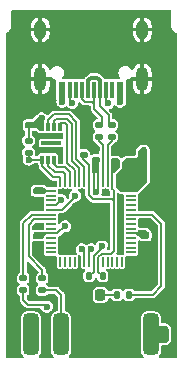
<source format=gbr>
%TF.GenerationSoftware,KiCad,Pcbnew,(6.0.1-0)*%
%TF.CreationDate,2023-04-29T18:47:22+02:00*%
%TF.ProjectId,picoprobe,7069636f-7072-46f6-9265-2e6b69636164,rev?*%
%TF.SameCoordinates,Original*%
%TF.FileFunction,Copper,L1,Top*%
%TF.FilePolarity,Positive*%
%FSLAX46Y46*%
G04 Gerber Fmt 4.6, Leading zero omitted, Abs format (unit mm)*
G04 Created by KiCad (PCBNEW (6.0.1-0)) date 2023-04-29 18:47:22*
%MOMM*%
%LPD*%
G01*
G04 APERTURE LIST*
G04 Aperture macros list*
%AMRoundRect*
0 Rectangle with rounded corners*
0 $1 Rounding radius*
0 $2 $3 $4 $5 $6 $7 $8 $9 X,Y pos of 4 corners*
0 Add a 4 corners polygon primitive as box body*
4,1,4,$2,$3,$4,$5,$6,$7,$8,$9,$2,$3,0*
0 Add four circle primitives for the rounded corners*
1,1,$1+$1,$2,$3*
1,1,$1+$1,$4,$5*
1,1,$1+$1,$6,$7*
1,1,$1+$1,$8,$9*
0 Add four rect primitives between the rounded corners*
20,1,$1+$1,$2,$3,$4,$5,0*
20,1,$1+$1,$4,$5,$6,$7,0*
20,1,$1+$1,$6,$7,$8,$9,0*
20,1,$1+$1,$8,$9,$2,$3,0*%
G04 Aperture macros list end*
%TA.AperFunction,SMDPad,CuDef*%
%ADD10RoundRect,0.325000X-0.325000X-1.425000X0.325000X-1.425000X0.325000X1.425000X-0.325000X1.425000X0*%
%TD*%
%TA.AperFunction,SMDPad,CuDef*%
%ADD11RoundRect,0.135000X0.185000X-0.135000X0.185000X0.135000X-0.185000X0.135000X-0.185000X-0.135000X0*%
%TD*%
%TA.AperFunction,SMDPad,CuDef*%
%ADD12RoundRect,0.140000X-0.140000X-0.170000X0.140000X-0.170000X0.140000X0.170000X-0.140000X0.170000X0*%
%TD*%
%TA.AperFunction,SMDPad,CuDef*%
%ADD13RoundRect,0.140000X0.170000X-0.140000X0.170000X0.140000X-0.170000X0.140000X-0.170000X-0.140000X0*%
%TD*%
%TA.AperFunction,SMDPad,CuDef*%
%ADD14RoundRect,0.135000X-0.135000X-0.185000X0.135000X-0.185000X0.135000X0.185000X-0.135000X0.185000X0*%
%TD*%
%TA.AperFunction,SMDPad,CuDef*%
%ADD15RoundRect,0.020000X-0.367500X-0.080000X0.367500X-0.080000X0.367500X0.080000X-0.367500X0.080000X0*%
%TD*%
%TA.AperFunction,SMDPad,CuDef*%
%ADD16RoundRect,0.020000X0.080000X-0.367500X0.080000X0.367500X-0.080000X0.367500X-0.080000X-0.367500X0*%
%TD*%
%TA.AperFunction,SMDPad,CuDef*%
%ADD17RoundRect,0.096000X-1.504000X-1.504000X1.504000X-1.504000X1.504000X1.504000X-1.504000X1.504000X0*%
%TD*%
%TA.AperFunction,SMDPad,CuDef*%
%ADD18RoundRect,0.218750X-0.218750X-0.256250X0.218750X-0.256250X0.218750X0.256250X-0.218750X0.256250X0*%
%TD*%
%TA.AperFunction,SMDPad,CuDef*%
%ADD19RoundRect,0.140000X0.140000X0.170000X-0.140000X0.170000X-0.140000X-0.170000X0.140000X-0.170000X0*%
%TD*%
%TA.AperFunction,SMDPad,CuDef*%
%ADD20R,0.600000X1.450000*%
%TD*%
%TA.AperFunction,SMDPad,CuDef*%
%ADD21R,0.300000X1.450000*%
%TD*%
%TA.AperFunction,ComponentPad*%
%ADD22O,1.000000X1.600000*%
%TD*%
%TA.AperFunction,ComponentPad*%
%ADD23O,1.000000X2.100000*%
%TD*%
%TA.AperFunction,SMDPad,CuDef*%
%ADD24RoundRect,0.075000X0.075000X-0.300000X0.075000X0.300000X-0.075000X0.300000X-0.075000X-0.300000X0*%
%TD*%
%TA.AperFunction,SMDPad,CuDef*%
%ADD25R,1.700000X0.300000*%
%TD*%
%TA.AperFunction,SMDPad,CuDef*%
%ADD26RoundRect,0.140000X-0.170000X0.140000X-0.170000X-0.140000X0.170000X-0.140000X0.170000X0.140000X0*%
%TD*%
%TA.AperFunction,ViaPad*%
%ADD27C,0.600000*%
%TD*%
%TA.AperFunction,Conductor*%
%ADD28C,0.200000*%
%TD*%
%TA.AperFunction,Conductor*%
%ADD29C,0.300000*%
%TD*%
%TA.AperFunction,Conductor*%
%ADD30C,0.500000*%
%TD*%
G04 APERTURE END LIST*
D10*
%TO.P,J2,1,Pin_1*%
%TO.N,+3V3*%
X165230000Y-111400000D03*
%TO.P,J2,3,Pin_3*%
%TO.N,GND*%
X162690000Y-111400000D03*
%TO.P,J2,5,Pin_5*%
X160150000Y-111400000D03*
%TO.P,J2,7,Pin_7*%
%TO.N,/TARGET_TX*%
X157610000Y-111400000D03*
%TO.P,J2,9,Pin_9*%
%TO.N,unconnected-(J2-Pad9)*%
X155070000Y-111400000D03*
%TD*%
D11*
%TO.P,R4,1*%
%TO.N,Net-(R4-Pad1)*%
X160825000Y-94670000D03*
%TO.P,R4,2*%
%TO.N,USB_D+*%
X160825000Y-93650000D03*
%TD*%
D12*
%TO.P,C5,1*%
%TO.N,+3V3*%
X164620000Y-98150000D03*
%TO.P,C5,2*%
%TO.N,GND*%
X165580000Y-98150000D03*
%TD*%
%TO.P,C11,1*%
%TO.N,+3V3*%
X164620000Y-95950000D03*
%TO.P,C11,2*%
%TO.N,GND*%
X165580000Y-95950000D03*
%TD*%
D13*
%TO.P,C3,1*%
%TO.N,+3V3*%
X163350000Y-96780000D03*
%TO.P,C3,2*%
%TO.N,GND*%
X163350000Y-95820000D03*
%TD*%
D11*
%TO.P,R5,1*%
%TO.N,Net-(R5-Pad1)*%
X161875000Y-94660000D03*
%TO.P,R5,2*%
%TO.N,USB_D-*%
X161875000Y-93640000D03*
%TD*%
D13*
%TO.P,C14,1*%
%TO.N,+1V1*%
X159525000Y-96180000D03*
%TO.P,C14,2*%
%TO.N,GND*%
X159525000Y-95220000D03*
%TD*%
D11*
%TO.P,R6,1*%
%TO.N,/QSPI_SS*%
X154850000Y-96010000D03*
%TO.P,R6,2*%
%TO.N,+3V3*%
X154850000Y-94990000D03*
%TD*%
D14*
%TO.P,R9,1*%
%TO.N,Net-(LED1-Pad2)*%
X162340000Y-108050000D03*
%TO.P,R9,2*%
%TO.N,/LED*%
X163360000Y-108050000D03*
%TD*%
D15*
%TO.P,U2,1,IOVDD*%
%TO.N,+3V3*%
X156762500Y-99250000D03*
%TO.P,U2,2,GPIO0*%
%TO.N,unconnected-(U2-Pad2)*%
X156762500Y-99650000D03*
%TO.P,U2,3,GPIO1*%
%TO.N,unconnected-(U2-Pad3)*%
X156762500Y-100050000D03*
%TO.P,U2,4,GPIO2*%
%TO.N,Net-(R10-Pad2)*%
X156762500Y-100450000D03*
%TO.P,U2,5,GPIO3*%
%TO.N,Net-(R11-Pad2)*%
X156762500Y-100850000D03*
%TO.P,U2,6,GPIO4*%
%TO.N,Net-(R12-Pad2)*%
X156762500Y-101250000D03*
%TO.P,U2,7,GPIO5*%
%TO.N,Net-(R13-Pad2)*%
X156762500Y-101650000D03*
%TO.P,U2,8,GPIO6*%
%TO.N,unconnected-(U2-Pad8)*%
X156762500Y-102050000D03*
%TO.P,U2,9,GPIO7*%
%TO.N,unconnected-(U2-Pad9)*%
X156762500Y-102450000D03*
%TO.P,U2,10,IOVDD*%
%TO.N,+3V3*%
X156762500Y-102850000D03*
%TO.P,U2,11,GPIO8*%
%TO.N,unconnected-(U2-Pad11)*%
X156762500Y-103250000D03*
%TO.P,U2,12,GPIO9*%
%TO.N,unconnected-(U2-Pad12)*%
X156762500Y-103650000D03*
%TO.P,U2,13,GPIO10*%
%TO.N,unconnected-(U2-Pad13)*%
X156762500Y-104050000D03*
%TO.P,U2,14,GPIO11*%
%TO.N,unconnected-(U2-Pad14)*%
X156762500Y-104450000D03*
D16*
%TO.P,U2,15,GPIO12*%
%TO.N,unconnected-(U2-Pad15)*%
X157550000Y-105237500D03*
%TO.P,U2,16,GPIO13*%
%TO.N,unconnected-(U2-Pad16)*%
X157950000Y-105237500D03*
%TO.P,U2,17,GPIO14*%
%TO.N,unconnected-(U2-Pad17)*%
X158350000Y-105237500D03*
%TO.P,U2,18,GPIO15*%
%TO.N,unconnected-(U2-Pad18)*%
X158750000Y-105237500D03*
%TO.P,U2,19,TESTEN*%
%TO.N,GND*%
X159150000Y-105237500D03*
%TO.P,U2,20,XIN*%
%TO.N,Net-(C16-Pad1)*%
X159550000Y-105237500D03*
%TO.P,U2,21,XOUT*%
%TO.N,Net-(R3-Pad1)*%
X159950000Y-105237500D03*
%TO.P,U2,22,IOVDD*%
%TO.N,+3V3*%
X160350000Y-105237500D03*
%TO.P,U2,23,DVDD*%
%TO.N,+1V1*%
X160750000Y-105237500D03*
%TO.P,U2,24,SWCLK*%
%TO.N,unconnected-(U2-Pad24)*%
X161150000Y-105237500D03*
%TO.P,U2,25,SWDIO*%
%TO.N,unconnected-(U2-Pad25)*%
X161550000Y-105237500D03*
%TO.P,U2,26,RUN*%
%TO.N,unconnected-(U2-Pad26)*%
X161950000Y-105237500D03*
%TO.P,U2,27,GPIO16*%
%TO.N,unconnected-(U2-Pad27)*%
X162350000Y-105237500D03*
%TO.P,U2,28,GPIO17*%
%TO.N,unconnected-(U2-Pad28)*%
X162750000Y-105237500D03*
D15*
%TO.P,U2,29,GPIO18*%
%TO.N,unconnected-(U2-Pad29)*%
X163537500Y-104450000D03*
%TO.P,U2,30,GPIO19*%
%TO.N,unconnected-(U2-Pad30)*%
X163537500Y-104050000D03*
%TO.P,U2,31,GPIO20*%
%TO.N,unconnected-(U2-Pad31)*%
X163537500Y-103650000D03*
%TO.P,U2,32,GPIO21*%
%TO.N,unconnected-(U2-Pad32)*%
X163537500Y-103250000D03*
%TO.P,U2,33,IOVDD*%
%TO.N,+3V3*%
X163537500Y-102850000D03*
%TO.P,U2,34,GPIO22*%
%TO.N,unconnected-(U2-Pad34)*%
X163537500Y-102450000D03*
%TO.P,U2,35,GPIO23*%
%TO.N,unconnected-(U2-Pad35)*%
X163537500Y-102050000D03*
%TO.P,U2,36,GPIO24*%
%TO.N,unconnected-(U2-Pad36)*%
X163537500Y-101650000D03*
%TO.P,U2,37,GPIO25*%
%TO.N,/LED*%
X163537500Y-101250000D03*
%TO.P,U2,38,GPIO26/ADC0*%
%TO.N,unconnected-(U2-Pad38)*%
X163537500Y-100850000D03*
%TO.P,U2,39,GPIO27/ADC1*%
%TO.N,unconnected-(U2-Pad39)*%
X163537500Y-100450000D03*
%TO.P,U2,40,GPIO28/ADC2*%
%TO.N,unconnected-(U2-Pad40)*%
X163537500Y-100050000D03*
%TO.P,U2,41,GPIO29/ADC3*%
%TO.N,unconnected-(U2-Pad41)*%
X163537500Y-99650000D03*
%TO.P,U2,42,IOVDD*%
%TO.N,+3V3*%
X163537500Y-99250000D03*
D16*
%TO.P,U2,43,ADC_AVDD*%
X162750000Y-98462500D03*
%TO.P,U2,44,VREG_VIN*%
X162350000Y-98462500D03*
%TO.P,U2,45,VREG_OUT*%
%TO.N,+1V1*%
X161950000Y-98462500D03*
%TO.P,U2,46,USB_DM*%
%TO.N,Net-(R5-Pad1)*%
X161550000Y-98462500D03*
%TO.P,U2,47,USB_DP*%
%TO.N,Net-(R4-Pad1)*%
X161150000Y-98462500D03*
%TO.P,U2,48,USB_VDD*%
%TO.N,+3V3*%
X160750000Y-98462500D03*
%TO.P,U2,49,IOVDD*%
X160350000Y-98462500D03*
%TO.P,U2,50,DVDD*%
%TO.N,+1V1*%
X159950000Y-98462500D03*
%TO.P,U2,51,QSPI_SD3*%
%TO.N,/QSPI_SD3*%
X159550000Y-98462500D03*
%TO.P,U2,52,QSPI_SCLK*%
%TO.N,/QSPI_SCLK*%
X159150000Y-98462500D03*
%TO.P,U2,53,QSPI_SD0*%
%TO.N,/QSPI_SD0*%
X158750000Y-98462500D03*
%TO.P,U2,54,QSPI_SD2*%
%TO.N,/QSPI_SD2*%
X158350000Y-98462500D03*
%TO.P,U2,55,QSPI_SD1*%
%TO.N,/QSPI_SD1*%
X157950000Y-98462500D03*
%TO.P,U2,56,QSPI_SS_N*%
%TO.N,/QSPI_SS*%
X157550000Y-98462500D03*
D17*
%TO.P,U2,57,GND*%
%TO.N,GND*%
X160150000Y-101850000D03*
%TD*%
D18*
%TO.P,LED1,1,K*%
%TO.N,GND*%
X159347500Y-108052500D03*
%TO.P,LED1,2,A*%
%TO.N,Net-(LED1-Pad2)*%
X160922500Y-108052500D03*
%TD*%
D13*
%TO.P,C17,1*%
%TO.N,+3V3*%
X154850000Y-93680000D03*
%TO.P,C17,2*%
%TO.N,GND*%
X154850000Y-92720000D03*
%TD*%
D19*
%TO.P,C8,1*%
%TO.N,+3V3*%
X159980000Y-106450000D03*
%TO.P,C8,2*%
%TO.N,GND*%
X159020000Y-106450000D03*
%TD*%
D20*
%TO.P,J1,A1,GND*%
%TO.N,GND*%
X163400000Y-90695000D03*
%TO.P,J1,A4,VBUS*%
%TO.N,VBUS*%
X162600000Y-90695000D03*
D21*
%TO.P,J1,A5,CC1*%
%TO.N,Net-(J1-PadA5)*%
X161400000Y-90695000D03*
%TO.P,J1,A6,D+*%
%TO.N,USB_D+*%
X160400000Y-90695000D03*
%TO.P,J1,A7,D-*%
%TO.N,USB_D-*%
X159900000Y-90695000D03*
%TO.P,J1,A8,SBU1*%
%TO.N,unconnected-(J1-PadA8)*%
X158900000Y-90695000D03*
D20*
%TO.P,J1,A9,VBUS*%
%TO.N,VBUS*%
X157700000Y-90695000D03*
%TO.P,J1,A12,GND*%
%TO.N,GND*%
X156900000Y-90695000D03*
%TO.P,J1,B1,GND*%
X156900000Y-90695000D03*
%TO.P,J1,B4,VBUS*%
%TO.N,VBUS*%
X157700000Y-90695000D03*
D21*
%TO.P,J1,B5,CC2*%
%TO.N,Net-(J1-PadB5)*%
X158400000Y-90695000D03*
%TO.P,J1,B6,D+*%
%TO.N,USB_D+*%
X159400000Y-90695000D03*
%TO.P,J1,B7,D-*%
%TO.N,USB_D-*%
X160900000Y-90695000D03*
%TO.P,J1,B8,SBU2*%
%TO.N,unconnected-(J1-PadB8)*%
X161900000Y-90695000D03*
D20*
%TO.P,J1,B9,VBUS*%
%TO.N,VBUS*%
X162600000Y-90695000D03*
%TO.P,J1,B12,GND*%
%TO.N,GND*%
X163400000Y-90695000D03*
D22*
%TO.P,J1,S1,SHIELD*%
X155830000Y-85600000D03*
D23*
X164470000Y-89780000D03*
D22*
X164470000Y-85600000D03*
D23*
X155830000Y-89780000D03*
%TD*%
D11*
%TO.P,R13,1*%
%TO.N,/TARGET_TX*%
X156000000Y-107660000D03*
%TO.P,R13,2*%
%TO.N,Net-(R13-Pad2)*%
X156000000Y-106640000D03*
%TD*%
D24*
%TO.P,U3,1,~{CS}*%
%TO.N,/QSPI_SS*%
X156000000Y-96599500D03*
%TO.P,U3,2,DO_IO1*%
%TO.N,/QSPI_SD1*%
X156500000Y-96599500D03*
%TO.P,U3,3,~{WP}_IO2*%
%TO.N,/QSPI_SD2*%
X157000000Y-96599500D03*
%TO.P,U3,4,GND*%
%TO.N,GND*%
X157500000Y-96599500D03*
%TO.P,U3,5,DI_IO0*%
%TO.N,/QSPI_SD0*%
X157500000Y-93800500D03*
%TO.P,U3,6,CLK*%
%TO.N,/QSPI_SCLK*%
X157000000Y-93800500D03*
%TO.P,U3,7,~{HOLD}_IO3*%
%TO.N,/QSPI_SD3*%
X156500000Y-93800500D03*
%TO.P,U3,8,VCC*%
%TO.N,+3V3*%
X156000000Y-93800500D03*
D25*
%TO.P,U3,9,PAD*%
%TO.N,unconnected-(U3-Pad9)*%
X156750000Y-95200000D03*
%TD*%
D26*
%TO.P,C9,1*%
%TO.N,+3V3*%
X155550000Y-99220000D03*
%TO.P,C9,2*%
%TO.N,GND*%
X155550000Y-100180000D03*
%TD*%
%TO.P,C6,1*%
%TO.N,+3V3*%
X155550000Y-103030000D03*
%TO.P,C6,2*%
%TO.N,GND*%
X155550000Y-103990000D03*
%TD*%
D12*
%TO.P,C13,1*%
%TO.N,+1V1*%
X161120000Y-106450000D03*
%TO.P,C13,2*%
%TO.N,GND*%
X162080000Y-106450000D03*
%TD*%
D26*
%TO.P,C7,1*%
%TO.N,+3V3*%
X164750000Y-103030000D03*
%TO.P,C7,2*%
%TO.N,GND*%
X164750000Y-103990000D03*
%TD*%
D13*
%TO.P,C12,1*%
%TO.N,+1V1*%
X162200000Y-96780000D03*
%TO.P,C12,2*%
%TO.N,GND*%
X162200000Y-95820000D03*
%TD*%
D11*
%TO.P,R12,1*%
%TO.N,/TARGET_RX*%
X154400000Y-107660000D03*
%TO.P,R12,2*%
%TO.N,Net-(R12-Pad2)*%
X154400000Y-106640000D03*
%TD*%
D13*
%TO.P,C4,1*%
%TO.N,+3V3*%
X160525000Y-96630000D03*
%TO.P,C4,2*%
%TO.N,GND*%
X160525000Y-95670000D03*
%TD*%
D12*
%TO.P,C10,1*%
%TO.N,+3V3*%
X164620000Y-97050000D03*
%TO.P,C10,2*%
%TO.N,GND*%
X165580000Y-97050000D03*
%TD*%
D27*
%TO.N,GND*%
X162600000Y-106450000D03*
X166100000Y-96500000D03*
X166100000Y-97600000D03*
X154950000Y-100200000D03*
X160050000Y-95350000D03*
X154050000Y-92750000D03*
X161300000Y-99300000D03*
X164750000Y-104550000D03*
X159850000Y-94500000D03*
X156050000Y-91700000D03*
X162750000Y-95650000D03*
X155550000Y-104500000D03*
X160150000Y-101850000D03*
X158000000Y-99300000D03*
X158150000Y-101400000D03*
X158900000Y-100900000D03*
X161400000Y-103100000D03*
X162650000Y-101600000D03*
X165150000Y-99150000D03*
X163400000Y-91700000D03*
X163550000Y-109250000D03*
X155650000Y-102250000D03*
X157250000Y-106800000D03*
X156700000Y-94600000D03*
X158000000Y-103400000D03*
X164550000Y-100550000D03*
X158900000Y-103100000D03*
X156725000Y-95800000D03*
X156850000Y-91700000D03*
X159250000Y-92250000D03*
X163850000Y-95350000D03*
X166950000Y-112950000D03*
X156900000Y-108350000D03*
X155200000Y-108250000D03*
X164200000Y-91700000D03*
X162650000Y-104350000D03*
X155150000Y-106050000D03*
X163950000Y-112900000D03*
X158500000Y-106350000D03*
X161400000Y-100900000D03*
%TO.N,+3V3*%
X163800000Y-97100000D03*
X164350000Y-102850000D03*
X155950000Y-99250000D03*
X155950000Y-93100000D03*
X163700000Y-97950000D03*
X160550000Y-99300000D03*
X162950000Y-97700000D03*
X166400000Y-111775000D03*
X166400000Y-110950000D03*
X161050000Y-103876500D03*
X157950000Y-102250000D03*
%TO.N,Net-(C16-Pad1)*%
X159350000Y-104200000D03*
%TO.N,VBUS*%
X162600000Y-91700000D03*
X157703738Y-91700000D03*
%TO.N,/TARGET_RX*%
X156400000Y-109050000D03*
%TO.N,Net-(R3-Pad1)*%
X160150000Y-104200000D03*
%TO.N,/QSPI_SS*%
X154850000Y-96600000D03*
%TO.N,Net-(R10-Pad2)*%
X157600000Y-100000000D03*
%TO.N,Net-(R11-Pad2)*%
X158800000Y-99650000D03*
%TO.N,Net-(J1-PadA5)*%
X161593403Y-91816713D03*
%TO.N,Net-(J1-PadB5)*%
X158550000Y-91800000D03*
%TD*%
D28*
%TO.N,+3V3*%
X160350000Y-97400000D02*
X160350000Y-96830000D01*
X160350000Y-106080000D02*
X159980000Y-106450000D01*
X160750000Y-99100000D02*
X160550000Y-99300000D01*
X156762500Y-102850000D02*
X155730000Y-102850000D01*
X160350000Y-99100000D02*
X160350000Y-97400000D01*
X160750000Y-98412500D02*
X160750000Y-97350000D01*
X157296276Y-102850000D02*
X156712500Y-102850000D01*
D29*
X155999500Y-93800000D02*
X156000000Y-93800500D01*
D28*
X160350000Y-104779600D02*
X160350000Y-105237500D01*
X155730000Y-99250000D02*
X155550000Y-99070000D01*
X163537500Y-102850000D02*
X164350000Y-102850000D01*
X160400000Y-97350000D02*
X160350000Y-97400000D01*
X164350000Y-102850000D02*
X164570000Y-102850000D01*
X155950000Y-99250000D02*
X155730000Y-99250000D01*
X160750000Y-98462500D02*
X160750000Y-99100000D01*
X154850000Y-93680000D02*
X154850000Y-94990000D01*
X156762500Y-99250000D02*
X155950000Y-99250000D01*
X160750000Y-97350000D02*
X160400000Y-97350000D01*
X160350000Y-96830000D02*
X160400000Y-96780000D01*
X160550000Y-99300000D02*
X160350000Y-99100000D01*
X161050000Y-103876500D02*
X161050000Y-104079600D01*
X155730000Y-102850000D02*
X155550000Y-103030000D01*
X157896276Y-102250000D02*
X157296276Y-102850000D01*
X160350000Y-105237500D02*
X160350000Y-106080000D01*
X161050000Y-104079600D02*
X160350000Y-104779600D01*
%TO.N,+1V1*%
X161950000Y-98412500D02*
X161950000Y-97650000D01*
X161950000Y-99970000D02*
X162049520Y-100069520D01*
X160750000Y-106080000D02*
X161120000Y-106450000D01*
X161041369Y-104550000D02*
X161800000Y-104550000D01*
X162049520Y-100069520D02*
X162049520Y-99179520D01*
X162200000Y-97400000D02*
X162200000Y-96780000D01*
X159950000Y-98412500D02*
X159950000Y-97019988D01*
X161950000Y-97650000D02*
X162200000Y-97400000D01*
X160750000Y-104841369D02*
X161041369Y-104550000D01*
X162049520Y-104300480D02*
X162049520Y-100069520D01*
X159950000Y-97019988D02*
X159500000Y-96569988D01*
X161930480Y-99950480D02*
X160321662Y-99950480D01*
X161950000Y-99970000D02*
X161930480Y-99950480D01*
X161950000Y-99080000D02*
X161950000Y-98412500D01*
X161800000Y-104550000D02*
X162049520Y-104300480D01*
X160750000Y-105287500D02*
X160750000Y-104841369D01*
X160321662Y-99950480D02*
X159950000Y-99578818D01*
X159500000Y-96569988D02*
X159500000Y-96110000D01*
X162049520Y-99179520D02*
X161950000Y-99080000D01*
X160750000Y-105237500D02*
X160750000Y-106080000D01*
X159950000Y-99578818D02*
X159950000Y-98412500D01*
%TO.N,Net-(C16-Pad1)*%
X159350000Y-104200000D02*
X159550000Y-104400000D01*
X159550000Y-104400000D02*
X159550000Y-105237500D01*
D30*
%TO.N,VBUS*%
X157700000Y-91696262D02*
X157700000Y-90695000D01*
X162600000Y-90695000D02*
X162600000Y-91700000D01*
X157703738Y-91700000D02*
X157700000Y-91696262D01*
D28*
%TO.N,USB_D+*%
X161050000Y-92950000D02*
X161050000Y-93425000D01*
X160400000Y-91900000D02*
X160400000Y-91700000D01*
X160200000Y-91700000D02*
X160400000Y-91700000D01*
X160400000Y-91400000D02*
X160400000Y-90695000D01*
X159600000Y-91700000D02*
X160200000Y-91700000D01*
X159400000Y-90695000D02*
X159400000Y-91500000D01*
X161050000Y-93425000D02*
X160825000Y-93650000D01*
X160400000Y-91900000D02*
X160400000Y-92300000D01*
X159400000Y-91500000D02*
X159600000Y-91700000D01*
X160400000Y-91900000D02*
X160200000Y-91700000D01*
X160400000Y-91700000D02*
X160400000Y-91400000D01*
X160400000Y-92300000D02*
X161050000Y-92950000D01*
D29*
%TO.N,USB_D-*%
X160650000Y-89650000D02*
X160900000Y-89900000D01*
X159900000Y-89900000D02*
X160150000Y-89650000D01*
X160900000Y-89900000D02*
X160900000Y-90795000D01*
X159900000Y-90795000D02*
X159900000Y-89900000D01*
D28*
X160900000Y-90695000D02*
X160900000Y-92100000D01*
X161650000Y-92850000D02*
X161650000Y-93415000D01*
X161650000Y-93415000D02*
X161875000Y-93640000D01*
D29*
X160150000Y-89650000D02*
X160650000Y-89650000D01*
D28*
X160900000Y-92100000D02*
X161650000Y-92850000D01*
%TO.N,Net-(R4-Pad1)*%
X160825000Y-95025000D02*
X160825000Y-94820000D01*
X161150000Y-95350000D02*
X160825000Y-95025000D01*
X161150000Y-98412500D02*
X161150000Y-95350000D01*
%TO.N,/TARGET_RX*%
X154400000Y-108500000D02*
X154400000Y-107660000D01*
X156250000Y-108900000D02*
X154800000Y-108900000D01*
X154800000Y-108900000D02*
X154400000Y-108500000D01*
X156400000Y-109050000D02*
X156250000Y-108900000D01*
%TO.N,/TARGET_TX*%
X157200000Y-107650000D02*
X157610000Y-108060000D01*
X156160000Y-107650000D02*
X157200000Y-107650000D01*
X157610000Y-108060000D02*
X157610000Y-111650000D01*
X156000000Y-107810000D02*
X156160000Y-107650000D01*
%TO.N,/LED*%
X165350000Y-108050000D02*
X166100000Y-107300000D01*
X166100000Y-102050000D02*
X165300000Y-101250000D01*
X165300000Y-101250000D02*
X163537500Y-101250000D01*
X163360000Y-108050000D02*
X165350000Y-108050000D01*
X166100000Y-107300000D02*
X166100000Y-102050000D01*
%TO.N,Net-(R3-Pad1)*%
X159950000Y-104400000D02*
X159950000Y-105237500D01*
X160150000Y-104200000D02*
X159950000Y-104400000D01*
%TO.N,/QSPI_SS*%
X157550000Y-98075000D02*
X156909994Y-98075000D01*
X154850500Y-96599500D02*
X156000000Y-96599500D01*
X154850000Y-96600000D02*
X154850000Y-96010000D01*
X157550000Y-98412500D02*
X157550000Y-98075000D01*
X156000000Y-97165006D02*
X156000000Y-96599500D01*
X156909994Y-98075000D02*
X156000000Y-97165006D01*
%TO.N,Net-(R10-Pad2)*%
X157600000Y-100000000D02*
X157600000Y-100008631D01*
X157600000Y-100008631D02*
X157158631Y-100450000D01*
X157158631Y-100450000D02*
X156762500Y-100450000D01*
%TO.N,Net-(R11-Pad2)*%
X158800000Y-99650000D02*
X158800000Y-99735888D01*
X158800000Y-99735888D02*
X157685888Y-100850000D01*
X157685888Y-100850000D02*
X156762500Y-100850000D01*
%TO.N,Net-(R12-Pad2)*%
X155150000Y-101250000D02*
X156762500Y-101250000D01*
X154400000Y-102000000D02*
X155150000Y-101250000D01*
X154400000Y-106640000D02*
X154400000Y-102000000D01*
%TO.N,Net-(R13-Pad2)*%
X155350000Y-101650000D02*
X156762500Y-101650000D01*
X156000000Y-106640000D02*
X156000000Y-105950000D01*
X154850000Y-104800000D02*
X154850000Y-102150000D01*
X156000000Y-105950000D02*
X154850000Y-104800000D01*
X154850000Y-102150000D02*
X155350000Y-101650000D01*
%TO.N,Net-(R5-Pad1)*%
X161550000Y-95350000D02*
X161875000Y-95025000D01*
X161875000Y-95025000D02*
X161875000Y-94810000D01*
X161550000Y-98412500D02*
X161550000Y-95350000D01*
%TO.N,Net-(LED1-Pad2)*%
X162540000Y-108050000D02*
X160925000Y-108050000D01*
X160925000Y-108050000D02*
X160922500Y-108052500D01*
%TO.N,/QSPI_SD3*%
X158890480Y-96525474D02*
X158890480Y-93390480D01*
X156500000Y-93275000D02*
X156500000Y-93800500D01*
X158890480Y-93390480D02*
X158250000Y-92750000D01*
X158250000Y-92750000D02*
X157025000Y-92750000D01*
X159550000Y-98412500D02*
X159550000Y-97184994D01*
X157025000Y-92750000D02*
X156500000Y-93275000D01*
X159550000Y-97184994D02*
X158890480Y-96525474D01*
%TO.N,/QSPI_SCLK*%
X158075000Y-93150000D02*
X157175000Y-93150000D01*
X157175000Y-93150000D02*
X157000000Y-93325000D01*
X157000000Y-93325000D02*
X157000000Y-93800500D01*
X158490961Y-96690961D02*
X158490960Y-95590960D01*
X159150000Y-97350000D02*
X158490961Y-96690961D01*
X159150000Y-98412500D02*
X159150000Y-97350000D01*
X158490960Y-93565960D02*
X158075000Y-93150000D01*
X158490960Y-95590960D02*
X158490960Y-93565960D01*
%TO.N,/QSPI_SD0*%
X157925000Y-93525000D02*
X158091440Y-93691440D01*
X157500000Y-93525000D02*
X157925000Y-93525000D01*
X158749520Y-98412020D02*
X158750000Y-98412500D01*
X158749519Y-97519507D02*
X158749520Y-98412020D01*
X158091440Y-93691440D02*
X158091440Y-96861428D01*
X157500000Y-93800500D02*
X157500000Y-93525000D01*
X158091440Y-96861428D02*
X158749519Y-97519507D01*
%TO.N,/QSPI_SD2*%
X158350000Y-98412500D02*
X158350000Y-97684994D01*
X158350000Y-97684994D02*
X157915486Y-97250480D01*
X157251458Y-97250480D02*
X157000000Y-96999022D01*
X157915486Y-97250480D02*
X157251458Y-97250480D01*
X157000000Y-96999022D02*
X157000000Y-96450000D01*
%TO.N,/QSPI_SD1*%
X157050000Y-97650000D02*
X156500000Y-97100000D01*
X157750000Y-97650000D02*
X157050000Y-97650000D01*
X156500000Y-97100000D02*
X156500000Y-96450000D01*
X157950000Y-98412500D02*
X157950000Y-97850000D01*
X157950000Y-97850000D02*
X157750000Y-97650000D01*
%TO.N,Net-(J1-PadA5)*%
X161593403Y-91816713D02*
X161400000Y-91623310D01*
X161400000Y-91623310D02*
X161400000Y-90695000D01*
%TO.N,Net-(J1-PadB5)*%
X158400000Y-91650000D02*
X158400000Y-90695000D01*
X158550000Y-91800000D02*
X158400000Y-91650000D01*
%TD*%
%TA.AperFunction,Conductor*%
%TO.N,GND*%
G36*
X166859191Y-83918907D02*
G01*
X166895155Y-83968407D01*
X166900000Y-83999000D01*
X166900000Y-85115625D01*
X166898098Y-85134939D01*
X166895102Y-85150001D01*
X166897005Y-85159567D01*
X166897005Y-85160144D01*
X166898092Y-85167475D01*
X166910852Y-85297026D01*
X166912263Y-85301678D01*
X166912264Y-85301682D01*
X166946489Y-85414505D01*
X166953738Y-85438401D01*
X166956032Y-85442692D01*
X166956032Y-85442693D01*
X166958337Y-85447005D01*
X167023381Y-85568694D01*
X167117104Y-85682896D01*
X167120868Y-85685985D01*
X167217977Y-85765680D01*
X167231306Y-85776619D01*
X167235594Y-85778911D01*
X167347668Y-85838816D01*
X167390075Y-85882922D01*
X167400000Y-85926126D01*
X167400000Y-113301000D01*
X167381093Y-113359191D01*
X167331593Y-113395155D01*
X167301000Y-113400000D01*
X165960863Y-113400000D01*
X165902672Y-113381093D01*
X165866708Y-113331593D01*
X165866708Y-113270407D01*
X165901007Y-113222144D01*
X165930078Y-113200078D01*
X166017128Y-113085395D01*
X166070129Y-112951528D01*
X166080500Y-112865829D01*
X166080500Y-112399000D01*
X166099407Y-112340809D01*
X166148907Y-112304845D01*
X166179500Y-112300000D01*
X166447810Y-112300000D01*
X166449114Y-112299930D01*
X166449117Y-112299930D01*
X166457392Y-112299486D01*
X166469186Y-112298854D01*
X166495969Y-112295975D01*
X166500610Y-112294522D01*
X166500614Y-112294521D01*
X166565804Y-112274109D01*
X166570445Y-112272656D01*
X166632757Y-112238630D01*
X166635585Y-112236513D01*
X166635591Y-112236509D01*
X166675493Y-112206637D01*
X166675494Y-112206636D01*
X166678326Y-112204516D01*
X166703873Y-112178969D01*
X166711889Y-112172646D01*
X166711553Y-112172241D01*
X166716979Y-112167736D01*
X166722991Y-112164045D01*
X166761353Y-112121663D01*
X166764747Y-112118095D01*
X166804516Y-112078326D01*
X166807744Y-112074732D01*
X166817933Y-112063391D01*
X166817945Y-112063377D01*
X166818819Y-112062404D01*
X166819635Y-112061391D01*
X166819649Y-112061375D01*
X166832669Y-112045218D01*
X166835722Y-112041430D01*
X166871897Y-111972277D01*
X166891899Y-111904156D01*
X166900000Y-111847810D01*
X166900000Y-111828291D01*
X166901372Y-111811866D01*
X166904862Y-111791124D01*
X166904862Y-111791120D01*
X166905496Y-111787354D01*
X166905647Y-111775000D01*
X166901000Y-111742550D01*
X166900000Y-111728517D01*
X166900000Y-111003291D01*
X166901372Y-110986866D01*
X166904862Y-110966124D01*
X166904862Y-110966120D01*
X166905496Y-110962354D01*
X166905647Y-110950000D01*
X166885323Y-110808082D01*
X166825984Y-110677572D01*
X166732400Y-110568963D01*
X166612095Y-110490985D01*
X166474739Y-110449907D01*
X166397752Y-110449437D01*
X166338430Y-110449074D01*
X166338429Y-110449074D01*
X166331376Y-110449031D01*
X166328946Y-110449726D01*
X166324922Y-110450000D01*
X166179499Y-110450000D01*
X166121308Y-110431093D01*
X166085344Y-110381593D01*
X166080499Y-110351000D01*
X166080499Y-109934172D01*
X166070129Y-109848472D01*
X166017128Y-109714605D01*
X165930078Y-109599922D01*
X165864197Y-109549915D01*
X165820772Y-109516953D01*
X165820770Y-109516952D01*
X165815395Y-109512872D01*
X165809079Y-109510371D01*
X165776412Y-109497438D01*
X165681528Y-109459871D01*
X165595829Y-109449500D01*
X165230062Y-109449500D01*
X164864172Y-109449501D01*
X164861206Y-109449860D01*
X164861204Y-109449860D01*
X164784785Y-109459107D01*
X164784784Y-109459107D01*
X164778472Y-109459871D01*
X164772560Y-109462212D01*
X164772559Y-109462212D01*
X164650922Y-109510371D01*
X164644605Y-109512872D01*
X164639230Y-109516952D01*
X164639228Y-109516953D01*
X164595803Y-109549915D01*
X164529922Y-109599922D01*
X164442872Y-109714605D01*
X164389871Y-109848472D01*
X164379500Y-109934171D01*
X164379501Y-112865828D01*
X164389871Y-112951528D01*
X164442872Y-113085395D01*
X164529922Y-113200078D01*
X164558993Y-113222144D01*
X164593912Y-113272386D01*
X164592630Y-113333558D01*
X164555638Y-113382294D01*
X164499137Y-113400000D01*
X158340863Y-113400000D01*
X158282672Y-113381093D01*
X158246708Y-113331593D01*
X158246708Y-113270407D01*
X158281007Y-113222144D01*
X158310078Y-113200078D01*
X158397128Y-113085395D01*
X158450129Y-112951528D01*
X158460500Y-112865829D01*
X158460499Y-109934172D01*
X158450129Y-109848472D01*
X158397128Y-109714605D01*
X158310078Y-109599922D01*
X158244197Y-109549915D01*
X158200772Y-109516953D01*
X158200770Y-109516952D01*
X158195395Y-109512872D01*
X158189079Y-109510371D01*
X158156412Y-109497438D01*
X158061528Y-109459871D01*
X158034041Y-109456545D01*
X157997606Y-109452135D01*
X157942108Y-109426373D01*
X157912352Y-109372911D01*
X157910500Y-109353852D01*
X157910500Y-108113514D01*
X157910803Y-108109385D01*
X157912426Y-108104658D01*
X157910570Y-108055223D01*
X157910500Y-108051509D01*
X157910500Y-108032052D01*
X157909675Y-108027622D01*
X157909339Y-108022436D01*
X157908569Y-108001925D01*
X157908569Y-108001924D01*
X157908226Y-107992792D01*
X157904620Y-107984398D01*
X157904619Y-107984395D01*
X157903683Y-107982217D01*
X157897317Y-107961266D01*
X157895209Y-107949947D01*
X157881230Y-107927269D01*
X157874550Y-107914409D01*
X157866792Y-107896352D01*
X157866791Y-107896351D01*
X157864036Y-107889938D01*
X157860023Y-107885051D01*
X157855657Y-107880685D01*
X157841385Y-107862629D01*
X157841264Y-107862432D01*
X157841263Y-107862431D01*
X157836468Y-107854652D01*
X157813239Y-107836988D01*
X157803161Y-107828189D01*
X157450324Y-107475353D01*
X157447619Y-107472220D01*
X157445425Y-107467731D01*
X157409178Y-107434107D01*
X157406502Y-107431531D01*
X157392723Y-107417752D01*
X157389013Y-107415207D01*
X157385100Y-107411771D01*
X157370055Y-107397815D01*
X157363354Y-107391599D01*
X157352664Y-107387334D01*
X157333348Y-107377020D01*
X157331393Y-107375679D01*
X157331390Y-107375678D01*
X157323854Y-107370508D01*
X157297941Y-107364359D01*
X157284116Y-107359986D01*
X157265868Y-107352706D01*
X157265866Y-107352706D01*
X157259378Y-107350117D01*
X157253085Y-107349500D01*
X157246916Y-107349500D01*
X157224057Y-107346825D01*
X157223827Y-107346770D01*
X157223825Y-107346770D01*
X157214934Y-107344660D01*
X157186013Y-107348596D01*
X157172663Y-107349500D01*
X156524977Y-107349500D01*
X156466786Y-107330593D01*
X156454973Y-107320504D01*
X156380404Y-107245935D01*
X156367081Y-107239723D01*
X156322336Y-107197995D01*
X156310662Y-107137933D01*
X156336521Y-107082481D01*
X156367080Y-107060278D01*
X156380404Y-107054065D01*
X156464065Y-106970404D01*
X156468684Y-106960500D01*
X156510865Y-106870042D01*
X156510865Y-106870041D01*
X156514068Y-106863173D01*
X156520500Y-106814316D01*
X156520500Y-106465684D01*
X156514068Y-106416827D01*
X156472661Y-106328029D01*
X156467726Y-106317446D01*
X156467725Y-106317444D01*
X156464065Y-106309596D01*
X156380404Y-106225935D01*
X156357660Y-106215329D01*
X156312913Y-106173603D01*
X156300500Y-106125606D01*
X156300500Y-106003514D01*
X156300803Y-105999385D01*
X156302426Y-105994658D01*
X156300570Y-105945223D01*
X156300500Y-105941509D01*
X156300500Y-105922052D01*
X156299675Y-105917622D01*
X156299339Y-105912436D01*
X156298569Y-105891925D01*
X156298569Y-105891924D01*
X156298226Y-105882792D01*
X156294620Y-105874398D01*
X156294619Y-105874395D01*
X156293683Y-105872217D01*
X156287317Y-105851266D01*
X156285209Y-105839947D01*
X156271230Y-105817269D01*
X156264550Y-105804409D01*
X156256792Y-105786352D01*
X156256791Y-105786351D01*
X156254036Y-105779938D01*
X156250023Y-105775051D01*
X156245657Y-105770685D01*
X156231385Y-105752629D01*
X156231264Y-105752432D01*
X156231263Y-105752431D01*
X156226468Y-105744652D01*
X156203244Y-105726992D01*
X156193165Y-105718193D01*
X155179496Y-104704525D01*
X155151719Y-104650008D01*
X155150500Y-104634521D01*
X155150500Y-103593937D01*
X155169407Y-103535746D01*
X155218907Y-103499782D01*
X155277204Y-103498892D01*
X155283645Y-103500770D01*
X155290513Y-103503972D01*
X155340099Y-103510500D01*
X155549967Y-103510500D01*
X155759900Y-103510499D01*
X155763110Y-103510076D01*
X155763117Y-103510076D01*
X155781023Y-103507719D01*
X155809487Y-103503972D01*
X155811332Y-103503112D01*
X155833130Y-103500000D01*
X155952658Y-103500000D01*
X155953518Y-103499968D01*
X155953531Y-103499968D01*
X155966328Y-103499495D01*
X155967411Y-103499455D01*
X155975772Y-103498837D01*
X155981503Y-103498413D01*
X155981507Y-103498412D01*
X155985946Y-103498084D01*
X155990255Y-103496968D01*
X155990258Y-103496967D01*
X156050668Y-103481314D01*
X156111741Y-103485021D01*
X156158971Y-103523918D01*
X156174500Y-103577148D01*
X156174501Y-103751718D01*
X156187293Y-103816035D01*
X156188136Y-103817296D01*
X156192529Y-103873110D01*
X156190619Y-103878987D01*
X156187293Y-103883965D01*
X156185392Y-103893523D01*
X156185391Y-103893525D01*
X156180702Y-103917103D01*
X156174500Y-103948281D01*
X156174501Y-104151718D01*
X156187293Y-104216035D01*
X156188136Y-104217296D01*
X156192529Y-104273110D01*
X156190619Y-104278987D01*
X156187293Y-104283965D01*
X156185392Y-104293523D01*
X156185391Y-104293525D01*
X156180212Y-104319562D01*
X156174500Y-104348281D01*
X156174501Y-104551718D01*
X156187293Y-104616035D01*
X156236028Y-104688972D01*
X156308965Y-104737707D01*
X156373281Y-104750500D01*
X156378139Y-104750500D01*
X156995672Y-104750499D01*
X157150500Y-104750499D01*
X157208691Y-104769406D01*
X157244655Y-104818906D01*
X157249500Y-104849499D01*
X157249501Y-105626718D01*
X157262293Y-105691035D01*
X157311028Y-105763972D01*
X157319141Y-105769393D01*
X157350000Y-105790012D01*
X157383965Y-105812707D01*
X157448281Y-105825500D01*
X157549979Y-105825500D01*
X157651718Y-105825499D01*
X157656484Y-105824551D01*
X157656485Y-105824551D01*
X157706472Y-105814609D01*
X157716035Y-105812707D01*
X157717296Y-105811864D01*
X157773110Y-105807471D01*
X157778987Y-105809381D01*
X157783965Y-105812707D01*
X157793523Y-105814608D01*
X157793525Y-105814609D01*
X157819562Y-105819788D01*
X157848281Y-105825500D01*
X157949979Y-105825500D01*
X158051718Y-105825499D01*
X158056484Y-105824551D01*
X158056485Y-105824551D01*
X158106472Y-105814609D01*
X158116035Y-105812707D01*
X158117296Y-105811864D01*
X158173110Y-105807471D01*
X158178987Y-105809381D01*
X158183965Y-105812707D01*
X158193523Y-105814608D01*
X158193525Y-105814609D01*
X158219562Y-105819788D01*
X158248281Y-105825500D01*
X158349979Y-105825500D01*
X158451718Y-105825499D01*
X158456484Y-105824551D01*
X158456485Y-105824551D01*
X158506472Y-105814609D01*
X158516035Y-105812707D01*
X158517296Y-105811864D01*
X158573110Y-105807471D01*
X158578987Y-105809381D01*
X158583965Y-105812707D01*
X158593523Y-105814608D01*
X158593525Y-105814609D01*
X158619562Y-105819788D01*
X158648281Y-105825500D01*
X158749979Y-105825500D01*
X158851718Y-105825499D01*
X158856484Y-105824551D01*
X158856485Y-105824551D01*
X158867512Y-105822358D01*
X158916035Y-105812707D01*
X158988972Y-105763972D01*
X159013681Y-105726993D01*
X159032289Y-105699144D01*
X159032289Y-105699143D01*
X159037707Y-105691035D01*
X159050500Y-105626719D01*
X159050499Y-104848282D01*
X159037707Y-104783965D01*
X159040387Y-104783432D01*
X159036746Y-104737227D01*
X159068710Y-104685054D01*
X159125235Y-104661634D01*
X159162534Y-104665832D01*
X159180021Y-104671295D01*
X159229926Y-104706694D01*
X159249500Y-104765791D01*
X159249500Y-105265448D01*
X159249501Y-105265451D01*
X159249501Y-105626718D01*
X159262293Y-105691035D01*
X159311028Y-105763972D01*
X159319141Y-105769393D01*
X159350000Y-105790012D01*
X159383965Y-105812707D01*
X159448281Y-105825500D01*
X159460385Y-105825500D01*
X159574926Y-105825499D01*
X159633116Y-105844406D01*
X159669080Y-105893906D01*
X159669081Y-105955091D01*
X159639703Y-105994795D01*
X159641684Y-105996776D01*
X159556776Y-106081684D01*
X159553116Y-106089532D01*
X159553115Y-106089534D01*
X159513913Y-106173603D01*
X159506028Y-106190513D01*
X159499500Y-106240099D01*
X159499501Y-106659900D01*
X159506028Y-106709487D01*
X159556776Y-106818316D01*
X159641684Y-106903224D01*
X159649532Y-106906884D01*
X159649534Y-106906885D01*
X159743644Y-106950769D01*
X159750513Y-106953972D01*
X159800099Y-106960500D01*
X159979972Y-106960500D01*
X160159900Y-106960499D01*
X160163110Y-106960076D01*
X160163117Y-106960076D01*
X160201975Y-106954961D01*
X160201976Y-106954961D01*
X160209487Y-106953972D01*
X160258792Y-106930980D01*
X160310466Y-106906885D01*
X160310468Y-106906884D01*
X160318316Y-106903224D01*
X160403224Y-106818316D01*
X160406885Y-106810466D01*
X160450770Y-106716355D01*
X160450771Y-106716351D01*
X160453972Y-106709487D01*
X160454959Y-106701989D01*
X160489391Y-106651420D01*
X160546977Y-106630744D01*
X160605718Y-106647866D01*
X160645041Y-106701990D01*
X160646028Y-106709487D01*
X160649229Y-106716351D01*
X160649230Y-106716355D01*
X160693115Y-106810466D01*
X160696776Y-106818316D01*
X160781684Y-106903224D01*
X160789532Y-106906884D01*
X160789534Y-106906885D01*
X160883644Y-106950769D01*
X160890513Y-106953972D01*
X160940099Y-106960500D01*
X161119972Y-106960500D01*
X161299900Y-106960499D01*
X161303110Y-106960076D01*
X161303117Y-106960076D01*
X161341975Y-106954961D01*
X161341976Y-106954961D01*
X161349487Y-106953972D01*
X161398792Y-106930980D01*
X161450466Y-106906885D01*
X161450468Y-106906884D01*
X161458316Y-106903224D01*
X161543224Y-106818316D01*
X161593972Y-106709487D01*
X161600500Y-106659901D01*
X161600499Y-106240100D01*
X161599441Y-106232058D01*
X161594961Y-106198025D01*
X161594961Y-106198024D01*
X161593972Y-106190513D01*
X161558983Y-106115479D01*
X161546885Y-106089534D01*
X161546884Y-106089532D01*
X161543224Y-106081684D01*
X161458316Y-105996776D01*
X161460216Y-105994876D01*
X161431473Y-105956748D01*
X161430395Y-105895572D01*
X161465480Y-105845446D01*
X161525073Y-105825500D01*
X161639609Y-105825499D01*
X161651718Y-105825499D01*
X161656484Y-105824551D01*
X161656485Y-105824551D01*
X161706472Y-105814609D01*
X161716035Y-105812707D01*
X161717296Y-105811864D01*
X161773110Y-105807471D01*
X161778987Y-105809381D01*
X161783965Y-105812707D01*
X161793523Y-105814608D01*
X161793525Y-105814609D01*
X161819562Y-105819788D01*
X161848281Y-105825500D01*
X161949979Y-105825500D01*
X162051718Y-105825499D01*
X162056484Y-105824551D01*
X162056485Y-105824551D01*
X162106472Y-105814609D01*
X162116035Y-105812707D01*
X162117296Y-105811864D01*
X162173110Y-105807471D01*
X162178987Y-105809381D01*
X162183965Y-105812707D01*
X162193523Y-105814608D01*
X162193525Y-105814609D01*
X162219562Y-105819788D01*
X162248281Y-105825500D01*
X162349979Y-105825500D01*
X162451718Y-105825499D01*
X162456484Y-105824551D01*
X162456485Y-105824551D01*
X162506472Y-105814609D01*
X162516035Y-105812707D01*
X162517296Y-105811864D01*
X162573110Y-105807471D01*
X162578987Y-105809381D01*
X162583965Y-105812707D01*
X162593523Y-105814608D01*
X162593525Y-105814609D01*
X162619562Y-105819788D01*
X162648281Y-105825500D01*
X162749979Y-105825500D01*
X162851718Y-105825499D01*
X162856484Y-105824551D01*
X162856485Y-105824551D01*
X162867512Y-105822358D01*
X162916035Y-105812707D01*
X162988972Y-105763972D01*
X163013681Y-105726993D01*
X163032289Y-105699144D01*
X163032289Y-105699143D01*
X163037707Y-105691035D01*
X163050500Y-105626719D01*
X163050499Y-104849499D01*
X163069406Y-104791309D01*
X163118906Y-104755345D01*
X163149499Y-104750500D01*
X163304276Y-104750500D01*
X163926718Y-104750499D01*
X163931484Y-104749551D01*
X163931485Y-104749551D01*
X163942512Y-104747358D01*
X163991035Y-104737707D01*
X164063972Y-104688972D01*
X164072954Y-104675529D01*
X164107289Y-104624144D01*
X164107289Y-104624143D01*
X164112707Y-104616035D01*
X164125500Y-104551719D01*
X164125499Y-104348282D01*
X164123019Y-104335810D01*
X164114609Y-104293528D01*
X164114608Y-104293525D01*
X164112707Y-104283965D01*
X164111863Y-104282703D01*
X164107472Y-104226886D01*
X164109380Y-104221014D01*
X164112707Y-104216035D01*
X164125500Y-104151719D01*
X164125499Y-103948282D01*
X164121619Y-103928771D01*
X164114609Y-103893528D01*
X164114608Y-103893525D01*
X164112707Y-103883965D01*
X164111863Y-103882703D01*
X164107472Y-103826886D01*
X164109380Y-103821014D01*
X164112707Y-103816035D01*
X164125500Y-103751719D01*
X164125499Y-103548282D01*
X164124829Y-103544912D01*
X164137845Y-103485589D01*
X164183582Y-103444947D01*
X164244473Y-103438950D01*
X164266393Y-103446543D01*
X164318763Y-103471897D01*
X164386884Y-103491899D01*
X164443230Y-103500000D01*
X164466869Y-103500000D01*
X164488670Y-103503112D01*
X164490513Y-103503972D01*
X164540099Y-103510500D01*
X164749967Y-103510500D01*
X164959900Y-103510499D01*
X164963110Y-103510076D01*
X164963117Y-103510076D01*
X165001975Y-103504961D01*
X165001976Y-103504961D01*
X165009487Y-103503972D01*
X165082100Y-103470112D01*
X165110466Y-103456885D01*
X165110468Y-103456884D01*
X165118316Y-103453224D01*
X165203224Y-103368316D01*
X165210964Y-103351719D01*
X165250769Y-103266356D01*
X165253972Y-103259487D01*
X165260500Y-103209901D01*
X165260499Y-102850100D01*
X165253972Y-102800513D01*
X165250771Y-102793649D01*
X165248651Y-102786375D01*
X165249279Y-102786192D01*
X165246315Y-102776452D01*
X165245780Y-102776564D01*
X165240184Y-102749757D01*
X165235257Y-102726155D01*
X165192806Y-102638609D01*
X165147221Y-102584180D01*
X165144586Y-102581818D01*
X165144582Y-102581814D01*
X165107465Y-102548545D01*
X165107464Y-102548545D01*
X165104832Y-102546185D01*
X164892683Y-102404752D01*
X164839701Y-102379744D01*
X164769809Y-102358582D01*
X164766211Y-102358049D01*
X164766210Y-102358049D01*
X164715460Y-102350534D01*
X164715455Y-102350534D01*
X164711851Y-102350000D01*
X164425953Y-102350000D01*
X164424753Y-102349911D01*
X164424739Y-102349907D01*
X164327996Y-102349316D01*
X164288430Y-102349074D01*
X164288429Y-102349074D01*
X164281376Y-102349031D01*
X164278946Y-102349726D01*
X164274922Y-102350000D01*
X164244198Y-102350000D01*
X164233846Y-102350268D01*
X164233185Y-102350302D01*
X164233166Y-102350303D01*
X164227919Y-102350575D01*
X164220823Y-102350943D01*
X164218221Y-102351526D01*
X164158407Y-102340763D01*
X164114315Y-102292051D01*
X164112707Y-102283965D01*
X164111864Y-102282703D01*
X164107471Y-102226890D01*
X164109381Y-102221013D01*
X164112707Y-102216035D01*
X164125500Y-102151719D01*
X164125499Y-101948282D01*
X164122294Y-101932165D01*
X164114609Y-101893528D01*
X164114608Y-101893525D01*
X164112707Y-101883965D01*
X164111863Y-101882703D01*
X164107472Y-101826886D01*
X164109380Y-101821014D01*
X164112707Y-101816035D01*
X164125500Y-101751719D01*
X164125499Y-101649499D01*
X164144406Y-101591310D01*
X164193905Y-101555346D01*
X164224499Y-101550500D01*
X165134521Y-101550500D01*
X165192712Y-101569407D01*
X165204525Y-101579496D01*
X165770504Y-102145475D01*
X165798281Y-102199992D01*
X165799500Y-102215479D01*
X165799500Y-107134521D01*
X165780593Y-107192712D01*
X165770504Y-107204525D01*
X165254525Y-107720504D01*
X165200008Y-107748281D01*
X165184521Y-107749500D01*
X163874394Y-107749500D01*
X163816203Y-107730593D01*
X163784671Y-107692340D01*
X163774065Y-107669596D01*
X163690404Y-107585935D01*
X163682556Y-107582275D01*
X163682554Y-107582274D01*
X163590042Y-107539135D01*
X163590041Y-107539135D01*
X163583173Y-107535932D01*
X163534316Y-107529500D01*
X163185684Y-107529500D01*
X163136827Y-107535932D01*
X163129959Y-107539135D01*
X163129958Y-107539135D01*
X163037446Y-107582274D01*
X163037444Y-107582275D01*
X163029596Y-107585935D01*
X162945935Y-107669596D01*
X162939723Y-107682919D01*
X162897995Y-107727664D01*
X162837933Y-107739338D01*
X162782481Y-107713479D01*
X162760278Y-107682920D01*
X162754065Y-107669596D01*
X162670404Y-107585935D01*
X162662556Y-107582275D01*
X162662554Y-107582274D01*
X162570042Y-107539135D01*
X162570041Y-107539135D01*
X162563173Y-107535932D01*
X162514316Y-107529500D01*
X162165684Y-107529500D01*
X162116827Y-107535932D01*
X162109959Y-107539135D01*
X162109958Y-107539135D01*
X162017446Y-107582274D01*
X162017444Y-107582275D01*
X162009596Y-107585935D01*
X161925935Y-107669596D01*
X161915329Y-107692340D01*
X161873603Y-107737087D01*
X161825606Y-107749500D01*
X161642876Y-107749500D01*
X161584685Y-107730593D01*
X161548721Y-107681093D01*
X161548292Y-107679306D01*
X161546170Y-107672774D01*
X161544951Y-107665080D01*
X161541415Y-107658140D01*
X161488194Y-107553688D01*
X161488193Y-107553686D01*
X161484658Y-107546749D01*
X161390751Y-107452842D01*
X161383814Y-107449307D01*
X161383812Y-107449306D01*
X161279360Y-107396085D01*
X161279359Y-107396085D01*
X161272420Y-107392549D01*
X161264727Y-107391330D01*
X161264725Y-107391330D01*
X161178092Y-107377609D01*
X161178090Y-107377609D01*
X161174246Y-107377000D01*
X160670754Y-107377000D01*
X160666910Y-107377609D01*
X160666908Y-107377609D01*
X160580275Y-107391330D01*
X160580273Y-107391330D01*
X160572580Y-107392549D01*
X160565641Y-107396085D01*
X160565640Y-107396085D01*
X160461188Y-107449306D01*
X160461186Y-107449307D01*
X160454249Y-107452842D01*
X160360342Y-107546749D01*
X160356807Y-107553686D01*
X160356806Y-107553688D01*
X160303585Y-107658140D01*
X160300049Y-107665080D01*
X160284500Y-107763254D01*
X160284500Y-108341746D01*
X160285109Y-108345590D01*
X160285109Y-108345592D01*
X160291592Y-108386521D01*
X160300049Y-108439920D01*
X160303585Y-108446859D01*
X160303585Y-108446860D01*
X160356069Y-108549864D01*
X160360342Y-108558251D01*
X160454249Y-108652158D01*
X160461186Y-108655693D01*
X160461188Y-108655694D01*
X160565640Y-108708915D01*
X160572580Y-108712451D01*
X160580273Y-108713670D01*
X160580275Y-108713670D01*
X160666908Y-108727391D01*
X160666910Y-108727391D01*
X160670754Y-108728000D01*
X161174246Y-108728000D01*
X161178090Y-108727391D01*
X161178092Y-108727391D01*
X161264725Y-108713670D01*
X161264727Y-108713670D01*
X161272420Y-108712451D01*
X161279360Y-108708915D01*
X161383812Y-108655694D01*
X161383814Y-108655693D01*
X161390751Y-108652158D01*
X161484658Y-108558251D01*
X161488932Y-108549864D01*
X161541415Y-108446860D01*
X161541415Y-108446859D01*
X161544951Y-108439920D01*
X161546170Y-108432225D01*
X161548577Y-108424816D01*
X161550288Y-108425372D01*
X161573669Y-108379492D01*
X161628188Y-108351718D01*
X161643668Y-108350500D01*
X161825606Y-108350500D01*
X161883797Y-108369407D01*
X161915329Y-108407660D01*
X161925935Y-108430404D01*
X162009596Y-108514065D01*
X162017444Y-108517725D01*
X162017446Y-108517726D01*
X162090795Y-108551929D01*
X162116827Y-108564068D01*
X162165684Y-108570500D01*
X162514316Y-108570500D01*
X162563173Y-108564068D01*
X162589205Y-108551929D01*
X162662554Y-108517726D01*
X162662556Y-108517725D01*
X162670404Y-108514065D01*
X162754065Y-108430404D01*
X162760277Y-108417081D01*
X162802005Y-108372336D01*
X162862067Y-108360662D01*
X162917519Y-108386521D01*
X162939722Y-108417080D01*
X162945935Y-108430404D01*
X163029596Y-108514065D01*
X163037444Y-108517725D01*
X163037446Y-108517726D01*
X163110795Y-108551929D01*
X163136827Y-108564068D01*
X163185684Y-108570500D01*
X163534316Y-108570500D01*
X163583173Y-108564068D01*
X163609205Y-108551929D01*
X163682554Y-108517726D01*
X163682556Y-108517725D01*
X163690404Y-108514065D01*
X163774065Y-108430404D01*
X163784671Y-108407660D01*
X163826397Y-108362913D01*
X163874394Y-108350500D01*
X165296492Y-108350500D01*
X165300617Y-108350803D01*
X165305342Y-108352425D01*
X165354761Y-108350570D01*
X165358474Y-108350500D01*
X165377948Y-108350500D01*
X165382378Y-108349675D01*
X165387571Y-108349339D01*
X165403602Y-108348737D01*
X165408075Y-108348569D01*
X165417208Y-108348226D01*
X165425602Y-108344620D01*
X165425605Y-108344619D01*
X165427783Y-108343683D01*
X165448734Y-108337317D01*
X165460053Y-108335209D01*
X165482729Y-108321232D01*
X165495596Y-108314548D01*
X165513642Y-108306795D01*
X165513643Y-108306794D01*
X165520063Y-108304036D01*
X165524949Y-108300022D01*
X165529313Y-108295658D01*
X165547368Y-108281387D01*
X165555348Y-108276468D01*
X165573018Y-108253231D01*
X165581810Y-108243161D01*
X166274651Y-107550320D01*
X166277780Y-107547620D01*
X166282269Y-107545425D01*
X166291993Y-107534943D01*
X166315893Y-107509178D01*
X166318469Y-107506502D01*
X166332248Y-107492723D01*
X166334793Y-107489013D01*
X166338229Y-107485100D01*
X166352185Y-107470055D01*
X166358401Y-107463354D01*
X166362666Y-107452664D01*
X166372980Y-107433348D01*
X166374321Y-107431393D01*
X166374322Y-107431390D01*
X166379492Y-107423854D01*
X166385641Y-107397941D01*
X166390014Y-107384116D01*
X166397294Y-107365868D01*
X166397294Y-107365866D01*
X166399883Y-107359378D01*
X166400500Y-107353085D01*
X166400500Y-107346916D01*
X166403175Y-107324057D01*
X166403230Y-107323827D01*
X166403230Y-107323825D01*
X166405340Y-107314934D01*
X166401404Y-107286012D01*
X166400500Y-107272663D01*
X166400500Y-102103508D01*
X166400803Y-102099383D01*
X166402425Y-102094658D01*
X166400570Y-102045239D01*
X166400500Y-102041526D01*
X166400500Y-102022052D01*
X166399675Y-102017622D01*
X166399338Y-102012417D01*
X166399290Y-102011118D01*
X166398226Y-101982792D01*
X166394620Y-101974398D01*
X166394619Y-101974395D01*
X166393683Y-101972217D01*
X166387317Y-101951266D01*
X166385209Y-101939947D01*
X166371232Y-101917271D01*
X166364548Y-101904404D01*
X166356795Y-101886358D01*
X166356794Y-101886357D01*
X166354036Y-101879937D01*
X166350022Y-101875051D01*
X166345658Y-101870687D01*
X166331387Y-101852632D01*
X166331264Y-101852433D01*
X166326468Y-101844652D01*
X166303231Y-101826982D01*
X166293161Y-101818190D01*
X165550320Y-101075349D01*
X165547620Y-101072220D01*
X165545425Y-101067731D01*
X165509178Y-101034107D01*
X165506502Y-101031531D01*
X165492723Y-101017752D01*
X165489013Y-101015207D01*
X165485100Y-101011771D01*
X165470055Y-100997815D01*
X165463354Y-100991599D01*
X165452664Y-100987334D01*
X165433348Y-100977020D01*
X165431393Y-100975679D01*
X165431390Y-100975678D01*
X165423854Y-100970508D01*
X165397941Y-100964359D01*
X165384116Y-100959986D01*
X165365868Y-100952706D01*
X165365866Y-100952706D01*
X165359378Y-100950117D01*
X165353085Y-100949500D01*
X165346916Y-100949500D01*
X165324057Y-100946825D01*
X165323827Y-100946770D01*
X165323825Y-100946770D01*
X165314934Y-100944660D01*
X165287174Y-100948438D01*
X165286013Y-100948596D01*
X165272663Y-100949500D01*
X164224500Y-100949500D01*
X164166309Y-100930593D01*
X164130345Y-100881093D01*
X164125500Y-100850501D01*
X164125499Y-100753142D01*
X164125499Y-100748282D01*
X164112707Y-100683965D01*
X164111863Y-100682703D01*
X164107472Y-100626886D01*
X164109380Y-100621014D01*
X164112707Y-100616035D01*
X164125500Y-100551719D01*
X164125499Y-100348282D01*
X164112707Y-100283965D01*
X164111863Y-100282703D01*
X164107472Y-100226886D01*
X164109380Y-100221014D01*
X164112707Y-100216035D01*
X164125500Y-100151719D01*
X164125499Y-99948282D01*
X164123451Y-99937982D01*
X164114609Y-99893528D01*
X164114608Y-99893525D01*
X164112707Y-99883965D01*
X164111863Y-99882703D01*
X164107472Y-99826886D01*
X164109380Y-99821014D01*
X164112707Y-99816035D01*
X164125500Y-99751719D01*
X164125499Y-99581434D01*
X164144406Y-99523244D01*
X164170040Y-99499548D01*
X164169792Y-99499206D01*
X164172681Y-99497107D01*
X164198633Y-99478252D01*
X164217278Y-99464706D01*
X164217281Y-99464703D01*
X164220417Y-99462425D01*
X165012425Y-98670417D01*
X165023087Y-98658884D01*
X165033176Y-98647071D01*
X165071305Y-98578985D01*
X165090212Y-98520794D01*
X165100000Y-98458992D01*
X165100000Y-98367529D01*
X165100167Y-98362431D01*
X165100500Y-98359901D01*
X165100499Y-97940100D01*
X165100166Y-97937574D01*
X165100000Y-97932488D01*
X165100000Y-97267529D01*
X165100167Y-97262431D01*
X165100500Y-97259901D01*
X165100499Y-96840100D01*
X165100166Y-96837574D01*
X165100000Y-96832488D01*
X165100000Y-96167529D01*
X165100167Y-96162431D01*
X165100500Y-96159901D01*
X165100499Y-95740100D01*
X165100167Y-95737574D01*
X165100067Y-95734529D01*
X165100000Y-95733619D01*
X165100000Y-95729975D01*
X165099359Y-95725642D01*
X165091951Y-95675618D01*
X165091418Y-95672018D01*
X165074791Y-95617103D01*
X165061388Y-95588707D01*
X165051337Y-95567412D01*
X165051336Y-95567410D01*
X165049783Y-95564120D01*
X164995800Y-95483145D01*
X164973636Y-95455545D01*
X164949454Y-95430367D01*
X164867010Y-95378695D01*
X164845472Y-95371697D01*
X164812522Y-95360991D01*
X164812520Y-95360991D01*
X164808819Y-95359788D01*
X164804975Y-95359179D01*
X164804970Y-95359178D01*
X164750865Y-95350609D01*
X164750860Y-95350609D01*
X164747017Y-95350000D01*
X164441008Y-95350000D01*
X164440076Y-95350037D01*
X164440057Y-95350037D01*
X164426269Y-95350579D01*
X164426246Y-95350580D01*
X164425314Y-95350617D01*
X164424374Y-95350691D01*
X164424357Y-95350692D01*
X164420591Y-95350989D01*
X164409827Y-95351836D01*
X164405146Y-95353156D01*
X164405147Y-95353156D01*
X164339404Y-95371697D01*
X164339401Y-95371698D01*
X164334725Y-95373017D01*
X164280208Y-95400794D01*
X164277059Y-95403082D01*
X164232722Y-95435294D01*
X164232719Y-95435297D01*
X164229583Y-95437575D01*
X164037575Y-95629583D01*
X164026913Y-95641116D01*
X164016824Y-95652929D01*
X163978695Y-95721015D01*
X163959788Y-95779206D01*
X163959179Y-95783050D01*
X163959178Y-95783055D01*
X163950863Y-95835561D01*
X163950000Y-95841008D01*
X163950000Y-96109957D01*
X163931093Y-96168148D01*
X163914379Y-96186010D01*
X163849541Y-96240042D01*
X163805126Y-96277054D01*
X163748319Y-96299782D01*
X163741748Y-96300000D01*
X163567529Y-96300000D01*
X163562431Y-96299833D01*
X163559901Y-96299500D01*
X163350033Y-96299500D01*
X163140100Y-96299501D01*
X163137574Y-96299834D01*
X163132488Y-96300000D01*
X163091008Y-96300000D01*
X163090076Y-96300037D01*
X163090057Y-96300037D01*
X163076269Y-96300579D01*
X163076246Y-96300580D01*
X163075314Y-96300617D01*
X163074374Y-96300691D01*
X163074357Y-96300692D01*
X163070591Y-96300989D01*
X163059827Y-96301836D01*
X163044963Y-96306028D01*
X162989404Y-96321697D01*
X162989401Y-96321698D01*
X162984725Y-96323017D01*
X162930208Y-96350794D01*
X162917673Y-96359901D01*
X162882722Y-96385294D01*
X162882719Y-96385297D01*
X162879583Y-96387575D01*
X162806510Y-96460648D01*
X162751993Y-96488425D01*
X162691561Y-96478854D01*
X162656238Y-96448148D01*
X162653224Y-96441684D01*
X162636695Y-96425155D01*
X162629497Y-96416833D01*
X162629410Y-96416905D01*
X162627833Y-96414999D01*
X162626338Y-96412995D01*
X162599637Y-96383837D01*
X162599056Y-96383243D01*
X162594820Y-96378914D01*
X162594817Y-96378912D01*
X162590350Y-96374347D01*
X162584865Y-96371070D01*
X162579852Y-96367120D01*
X162580071Y-96366842D01*
X162574438Y-96362898D01*
X162568316Y-96356776D01*
X162555487Y-96350794D01*
X162539311Y-96343251D01*
X162530369Y-96338511D01*
X162518716Y-96331548D01*
X162518712Y-96331546D01*
X162513940Y-96328695D01*
X162500425Y-96324303D01*
X162489188Y-96319877D01*
X162466350Y-96309228D01*
X162466349Y-96309228D01*
X162459487Y-96306028D01*
X162409901Y-96299500D01*
X162200033Y-96299500D01*
X161990100Y-96299501D01*
X161987574Y-96299834D01*
X161982488Y-96300000D01*
X161949500Y-96300000D01*
X161891309Y-96281093D01*
X161855345Y-96231593D01*
X161850500Y-96201000D01*
X161850500Y-95515478D01*
X161869407Y-95457287D01*
X161879497Y-95445474D01*
X161951955Y-95373017D01*
X162049653Y-95275319D01*
X162052781Y-95272619D01*
X162057269Y-95270425D01*
X162090881Y-95234191D01*
X162093457Y-95231515D01*
X162107248Y-95217724D01*
X162109793Y-95214013D01*
X162113234Y-95210094D01*
X162127185Y-95195055D01*
X162127185Y-95195054D01*
X162133401Y-95188354D01*
X162136787Y-95179866D01*
X162136789Y-95179863D01*
X162137667Y-95177662D01*
X162147981Y-95158346D01*
X162149321Y-95156393D01*
X162149323Y-95156390D01*
X162154492Y-95148854D01*
X162155142Y-95146115D01*
X162193500Y-95103364D01*
X162201310Y-95099290D01*
X162247554Y-95077726D01*
X162247556Y-95077725D01*
X162255404Y-95074065D01*
X162339065Y-94990404D01*
X162343295Y-94981334D01*
X162385865Y-94890042D01*
X162385865Y-94890041D01*
X162389068Y-94883173D01*
X162395500Y-94834316D01*
X162395500Y-94485684D01*
X162391373Y-94454339D01*
X162390057Y-94444339D01*
X162389068Y-94436827D01*
X162360704Y-94376000D01*
X162342726Y-94337446D01*
X162342725Y-94337444D01*
X162339065Y-94329596D01*
X162255404Y-94245935D01*
X162242081Y-94239723D01*
X162197336Y-94197995D01*
X162185662Y-94137933D01*
X162211521Y-94082481D01*
X162242080Y-94060278D01*
X162255404Y-94054065D01*
X162339065Y-93970404D01*
X162345458Y-93956696D01*
X162385865Y-93870042D01*
X162385865Y-93870041D01*
X162389068Y-93863173D01*
X162395500Y-93814316D01*
X162395500Y-93465684D01*
X162390741Y-93429533D01*
X162390057Y-93424339D01*
X162389068Y-93416827D01*
X162374555Y-93385703D01*
X162342726Y-93317446D01*
X162342725Y-93317444D01*
X162339065Y-93309596D01*
X162255404Y-93225935D01*
X162247556Y-93222275D01*
X162247554Y-93222274D01*
X162155042Y-93179135D01*
X162155041Y-93179135D01*
X162148173Y-93175932D01*
X162131569Y-93173746D01*
X162102529Y-93169923D01*
X162099316Y-93169500D01*
X162049500Y-93169500D01*
X161991309Y-93150593D01*
X161955345Y-93101093D01*
X161950500Y-93070500D01*
X161950500Y-92903508D01*
X161950803Y-92899383D01*
X161952425Y-92894658D01*
X161950570Y-92845239D01*
X161950500Y-92841526D01*
X161950500Y-92822052D01*
X161949675Y-92817622D01*
X161949338Y-92812417D01*
X161948569Y-92791925D01*
X161948226Y-92782792D01*
X161944620Y-92774398D01*
X161944619Y-92774395D01*
X161943683Y-92772217D01*
X161937317Y-92751266D01*
X161935209Y-92739947D01*
X161921232Y-92717271D01*
X161914548Y-92704404D01*
X161906795Y-92686358D01*
X161906794Y-92686357D01*
X161904036Y-92679937D01*
X161900022Y-92675051D01*
X161895658Y-92670687D01*
X161881387Y-92652632D01*
X161881264Y-92652433D01*
X161876468Y-92644652D01*
X161853231Y-92626982D01*
X161843161Y-92618190D01*
X161688185Y-92463214D01*
X161660408Y-92408697D01*
X161669979Y-92348265D01*
X161713244Y-92305000D01*
X161732148Y-92297696D01*
X161787420Y-92282627D01*
X161787421Y-92282627D01*
X161794220Y-92280773D01*
X161916394Y-92205758D01*
X161922383Y-92199142D01*
X162007871Y-92104695D01*
X162012603Y-92099467D01*
X162044471Y-92033692D01*
X162086859Y-91989568D01*
X162147087Y-91978786D01*
X162202150Y-92005464D01*
X162209342Y-92013150D01*
X162214602Y-92019407D01*
X162258431Y-92071549D01*
X162258434Y-92071551D01*
X162262970Y-92076948D01*
X162268841Y-92080856D01*
X162268842Y-92080857D01*
X162296849Y-92099500D01*
X162382313Y-92156390D01*
X162448117Y-92176948D01*
X162512425Y-92197039D01*
X162512426Y-92197039D01*
X162519157Y-92199142D01*
X162590828Y-92200456D01*
X162655445Y-92201641D01*
X162655447Y-92201641D01*
X162662499Y-92201770D01*
X162669302Y-92199915D01*
X162669304Y-92199915D01*
X162744503Y-92179413D01*
X162800817Y-92164060D01*
X162922991Y-92089045D01*
X162930403Y-92080857D01*
X163014468Y-91987982D01*
X163019200Y-91982754D01*
X163081710Y-91853733D01*
X163085875Y-91828982D01*
X163104862Y-91716124D01*
X163104862Y-91716120D01*
X163105496Y-91712354D01*
X163105647Y-91700000D01*
X163085323Y-91558082D01*
X163084997Y-91557364D01*
X163088142Y-91499316D01*
X163088867Y-91498231D01*
X163100500Y-91439748D01*
X163100500Y-90372356D01*
X163670000Y-90372356D01*
X163670309Y-90377885D01*
X163684327Y-90502855D01*
X163686766Y-90513592D01*
X163742149Y-90672629D01*
X163746901Y-90682548D01*
X163836146Y-90825370D01*
X163842976Y-90833987D01*
X163961645Y-90953488D01*
X163970221Y-90960382D01*
X164112410Y-91050619D01*
X164122296Y-91055441D01*
X164280952Y-91111936D01*
X164291654Y-91114446D01*
X164304431Y-91115969D01*
X164317516Y-91113379D01*
X164318954Y-91111825D01*
X164320000Y-91107069D01*
X164320000Y-91103006D01*
X164620000Y-91103006D01*
X164624122Y-91115691D01*
X164626137Y-91117156D01*
X164630348Y-91117598D01*
X164637373Y-91116860D01*
X164648114Y-91114498D01*
X164807536Y-91060227D01*
X164817496Y-91055540D01*
X164960931Y-90967299D01*
X164969599Y-90960527D01*
X165089925Y-90842694D01*
X165096876Y-90834171D01*
X165188108Y-90692609D01*
X165192995Y-90682763D01*
X165250596Y-90524504D01*
X165253183Y-90513810D01*
X165269610Y-90383775D01*
X165270000Y-90377587D01*
X165270000Y-89945680D01*
X165265878Y-89932995D01*
X165261757Y-89930000D01*
X164635680Y-89930000D01*
X164622995Y-89934122D01*
X164620000Y-89938243D01*
X164620000Y-91103006D01*
X164320000Y-91103006D01*
X164320000Y-89945680D01*
X164315878Y-89932995D01*
X164311757Y-89930000D01*
X163685680Y-89930000D01*
X163672995Y-89934122D01*
X163670000Y-89938243D01*
X163670000Y-90372356D01*
X163100500Y-90372356D01*
X163100500Y-89950252D01*
X163099553Y-89945489D01*
X163099552Y-89945483D01*
X163097141Y-89933361D01*
X163104334Y-89872599D01*
X163145868Y-89827671D01*
X163181314Y-89815896D01*
X163191280Y-89814584D01*
X163332250Y-89756192D01*
X163453304Y-89663304D01*
X163502169Y-89599622D01*
X163552594Y-89564966D01*
X163613758Y-89566568D01*
X163662300Y-89603815D01*
X163673520Y-89626568D01*
X163678243Y-89630000D01*
X164304320Y-89630000D01*
X164317005Y-89625878D01*
X164320000Y-89621757D01*
X164320000Y-89614320D01*
X164620000Y-89614320D01*
X164624122Y-89627005D01*
X164628243Y-89630000D01*
X165254320Y-89630000D01*
X165267005Y-89625878D01*
X165270000Y-89621757D01*
X165270000Y-89187644D01*
X165269691Y-89182115D01*
X165255673Y-89057145D01*
X165253234Y-89046408D01*
X165197851Y-88887371D01*
X165193099Y-88877452D01*
X165103854Y-88734630D01*
X165097024Y-88726013D01*
X164978355Y-88606512D01*
X164969779Y-88599618D01*
X164827590Y-88509381D01*
X164817704Y-88504559D01*
X164659048Y-88448064D01*
X164648346Y-88445554D01*
X164635569Y-88444031D01*
X164622484Y-88446621D01*
X164621046Y-88448175D01*
X164620000Y-88452931D01*
X164620000Y-89614320D01*
X164320000Y-89614320D01*
X164320000Y-88456994D01*
X164315878Y-88444309D01*
X164313863Y-88442844D01*
X164309652Y-88442402D01*
X164302627Y-88443140D01*
X164291886Y-88445502D01*
X164132464Y-88499773D01*
X164122504Y-88504460D01*
X163979069Y-88592701D01*
X163970401Y-88599473D01*
X163850075Y-88717306D01*
X163843124Y-88725829D01*
X163751892Y-88867391D01*
X163747005Y-88877237D01*
X163723620Y-88941486D01*
X163685950Y-88989701D01*
X163627135Y-89006566D01*
X163569639Y-88985639D01*
X163546917Y-88959500D01*
X163546192Y-88957750D01*
X163453304Y-88836696D01*
X163332250Y-88743808D01*
X163191280Y-88685416D01*
X163077980Y-88670500D01*
X163002020Y-88670500D01*
X162888720Y-88685416D01*
X162747750Y-88743808D01*
X162626696Y-88836696D01*
X162533808Y-88957750D01*
X162475416Y-89098720D01*
X162455500Y-89250000D01*
X162475416Y-89401280D01*
X162533808Y-89542250D01*
X162537759Y-89547399D01*
X162585973Y-89610233D01*
X162606397Y-89667909D01*
X162589019Y-89726574D01*
X162540478Y-89763822D01*
X162507431Y-89769500D01*
X162280252Y-89769500D01*
X162253852Y-89774751D01*
X162231329Y-89779231D01*
X162231327Y-89779232D01*
X162221769Y-89781133D01*
X162213666Y-89786548D01*
X162212885Y-89786871D01*
X162151888Y-89791671D01*
X162137115Y-89786871D01*
X162136334Y-89786548D01*
X162128231Y-89781133D01*
X162118673Y-89779232D01*
X162118671Y-89779231D01*
X162096148Y-89774751D01*
X162069748Y-89769500D01*
X161730252Y-89769500D01*
X161671769Y-89781133D01*
X161671113Y-89777836D01*
X161628336Y-89781203D01*
X161628231Y-89781133D01*
X161569748Y-89769500D01*
X161288460Y-89769500D01*
X161230269Y-89750593D01*
X161199217Y-89713355D01*
X161190726Y-89695673D01*
X161187408Y-89691726D01*
X161185902Y-89690220D01*
X161184720Y-89688931D01*
X161183851Y-89687902D01*
X161180778Y-89682206D01*
X161174773Y-89676655D01*
X161174769Y-89676650D01*
X161143982Y-89648191D01*
X161141179Y-89645497D01*
X160931745Y-89436063D01*
X160918580Y-89419760D01*
X160917267Y-89417726D01*
X160917264Y-89417722D01*
X160912825Y-89410848D01*
X160887668Y-89391015D01*
X160883263Y-89387101D01*
X160883262Y-89387102D01*
X160880131Y-89384449D01*
X160877254Y-89381572D01*
X160862399Y-89370956D01*
X160858681Y-89368165D01*
X160855726Y-89365835D01*
X160821189Y-89338608D01*
X160813882Y-89336042D01*
X160812637Y-89335395D01*
X160806331Y-89330889D01*
X160774542Y-89321382D01*
X160760585Y-89317208D01*
X160756149Y-89315767D01*
X160716967Y-89302007D01*
X160716964Y-89302006D01*
X160711094Y-89299945D01*
X160705956Y-89299500D01*
X160703818Y-89299500D01*
X160702099Y-89299426D01*
X160700738Y-89299311D01*
X160694536Y-89297456D01*
X160686365Y-89297777D01*
X160644446Y-89299424D01*
X160640559Y-89299500D01*
X160197948Y-89299500D01*
X160177112Y-89297282D01*
X160175830Y-89297006D01*
X160166739Y-89295049D01*
X160135580Y-89298737D01*
X160134929Y-89298814D01*
X160129037Y-89299161D01*
X160129037Y-89299164D01*
X160124970Y-89299500D01*
X160120885Y-89299500D01*
X160116859Y-89300170D01*
X160116848Y-89300171D01*
X160102881Y-89302496D01*
X160098269Y-89303153D01*
X160050861Y-89308764D01*
X160043881Y-89312115D01*
X160042540Y-89312540D01*
X160034897Y-89313812D01*
X159992850Y-89336500D01*
X159988724Y-89338601D01*
X159978162Y-89343673D01*
X159951293Y-89356575D01*
X159951291Y-89356576D01*
X159945673Y-89359274D01*
X159941726Y-89362592D01*
X159940220Y-89364098D01*
X159938931Y-89365280D01*
X159937902Y-89366149D01*
X159932206Y-89369222D01*
X159926655Y-89375227D01*
X159926650Y-89375231D01*
X159898191Y-89406018D01*
X159895497Y-89408821D01*
X159686063Y-89618255D01*
X159669760Y-89631420D01*
X159667726Y-89632733D01*
X159667722Y-89632736D01*
X159660848Y-89637175D01*
X159641015Y-89662332D01*
X159637101Y-89666737D01*
X159637102Y-89666738D01*
X159634449Y-89669869D01*
X159631572Y-89672746D01*
X159620956Y-89687601D01*
X159618170Y-89691312D01*
X159588608Y-89728811D01*
X159586468Y-89727124D01*
X159551382Y-89760075D01*
X159509224Y-89769500D01*
X159230252Y-89769500D01*
X159171769Y-89781133D01*
X159171113Y-89777836D01*
X159128336Y-89781203D01*
X159128231Y-89781133D01*
X159069748Y-89769500D01*
X158730252Y-89769500D01*
X158671769Y-89781133D01*
X158671113Y-89777836D01*
X158628336Y-89781203D01*
X158628231Y-89781133D01*
X158569748Y-89769500D01*
X158230252Y-89769500D01*
X158203852Y-89774751D01*
X158181329Y-89779231D01*
X158181327Y-89779232D01*
X158171769Y-89781133D01*
X158163666Y-89786548D01*
X158162885Y-89786871D01*
X158101888Y-89791671D01*
X158087115Y-89786871D01*
X158086334Y-89786548D01*
X158078231Y-89781133D01*
X158068673Y-89779232D01*
X158068671Y-89779231D01*
X158046148Y-89774751D01*
X158019748Y-89769500D01*
X157792569Y-89769500D01*
X157734378Y-89750593D01*
X157698414Y-89701093D01*
X157698414Y-89639907D01*
X157714027Y-89610233D01*
X157762241Y-89547399D01*
X157766192Y-89542250D01*
X157824584Y-89401280D01*
X157844500Y-89250000D01*
X157824584Y-89098720D01*
X157766192Y-88957750D01*
X157673304Y-88836696D01*
X157552250Y-88743808D01*
X157411280Y-88685416D01*
X157297980Y-88670500D01*
X157222020Y-88670500D01*
X157108720Y-88685416D01*
X156967750Y-88743808D01*
X156846696Y-88836696D01*
X156753808Y-88957750D01*
X156753536Y-88958408D01*
X156709879Y-88997716D01*
X156649029Y-89004110D01*
X156596041Y-88973517D01*
X156576120Y-88939832D01*
X156557851Y-88887370D01*
X156553099Y-88877452D01*
X156463854Y-88734630D01*
X156457024Y-88726013D01*
X156338355Y-88606512D01*
X156329779Y-88599618D01*
X156187590Y-88509381D01*
X156177704Y-88504559D01*
X156019048Y-88448064D01*
X156008346Y-88445554D01*
X155995569Y-88444031D01*
X155982484Y-88446621D01*
X155981046Y-88448175D01*
X155980000Y-88452931D01*
X155980000Y-89614320D01*
X155984122Y-89627005D01*
X155988243Y-89630000D01*
X156614320Y-89630000D01*
X156627006Y-89625878D01*
X156641958Y-89605298D01*
X156691459Y-89569334D01*
X156752644Y-89569334D01*
X156800592Y-89603221D01*
X156846696Y-89663304D01*
X156967750Y-89756192D01*
X157108720Y-89814584D01*
X157118686Y-89815896D01*
X157120988Y-89816994D01*
X157121421Y-89817110D01*
X157121399Y-89817190D01*
X157173911Y-89842239D01*
X157203104Y-89896011D01*
X157202859Y-89933361D01*
X157200448Y-89945483D01*
X157200447Y-89945489D01*
X157199500Y-89950252D01*
X157199500Y-91439748D01*
X157211133Y-91498231D01*
X157214121Y-91502703D01*
X157220104Y-91552685D01*
X157198129Y-91693823D01*
X157199044Y-91700820D01*
X157199044Y-91700821D01*
X157213629Y-91812354D01*
X157216718Y-91835979D01*
X157219559Y-91842435D01*
X157219559Y-91842436D01*
X157271325Y-91960082D01*
X157274458Y-91967203D01*
X157318340Y-92019407D01*
X157362169Y-92071549D01*
X157362172Y-92071551D01*
X157366708Y-92076948D01*
X157372579Y-92080856D01*
X157372580Y-92080857D01*
X157400587Y-92099500D01*
X157486051Y-92156390D01*
X157551855Y-92176948D01*
X157616163Y-92197039D01*
X157616164Y-92197039D01*
X157622895Y-92199142D01*
X157694566Y-92200456D01*
X157759183Y-92201641D01*
X157759185Y-92201641D01*
X157766237Y-92201770D01*
X157773040Y-92199915D01*
X157773042Y-92199915D01*
X157848241Y-92179413D01*
X157904555Y-92164060D01*
X158026729Y-92089045D01*
X158028258Y-92091535D01*
X158073412Y-92073572D01*
X158132699Y-92088691D01*
X158155570Y-92108662D01*
X158178084Y-92135445D01*
X158208431Y-92171549D01*
X158208434Y-92171551D01*
X158212970Y-92176948D01*
X158218841Y-92180856D01*
X158218842Y-92180857D01*
X158231143Y-92189045D01*
X158332313Y-92256390D01*
X158339048Y-92258494D01*
X158344603Y-92261144D01*
X158388985Y-92303262D01*
X158389851Y-92307936D01*
X158431763Y-92293052D01*
X158455393Y-92296331D01*
X158455461Y-92295911D01*
X158462424Y-92297038D01*
X158469157Y-92299142D01*
X158540828Y-92300456D01*
X158605445Y-92301641D01*
X158605447Y-92301641D01*
X158612499Y-92301770D01*
X158619302Y-92299915D01*
X158619304Y-92299915D01*
X158703046Y-92277084D01*
X158750817Y-92264060D01*
X158872991Y-92189045D01*
X158880403Y-92180857D01*
X158964468Y-92087982D01*
X158969200Y-92082754D01*
X159016249Y-91985644D01*
X159028634Y-91960082D01*
X159031710Y-91953733D01*
X159032881Y-91946775D01*
X159054862Y-91816125D01*
X159054863Y-91816119D01*
X159055496Y-91812354D01*
X159055527Y-91809836D01*
X159079431Y-91753867D01*
X159131947Y-91722470D01*
X159192887Y-91727938D01*
X159224007Y-91748978D01*
X159349680Y-91874651D01*
X159352380Y-91877780D01*
X159354575Y-91882269D01*
X159361278Y-91888487D01*
X159390822Y-91915893D01*
X159393498Y-91918469D01*
X159407277Y-91932248D01*
X159410987Y-91934793D01*
X159414900Y-91938229D01*
X159436646Y-91958401D01*
X159445132Y-91961787D01*
X159445134Y-91961788D01*
X159447337Y-91962667D01*
X159466648Y-91972978D01*
X159468607Y-91974322D01*
X159468610Y-91974323D01*
X159476146Y-91979493D01*
X159485038Y-91981603D01*
X159485040Y-91981604D01*
X159502066Y-91985644D01*
X159515885Y-91990014D01*
X159540622Y-91999883D01*
X159546915Y-92000500D01*
X159553085Y-92000500D01*
X159575941Y-92003175D01*
X159585066Y-92005340D01*
X159613988Y-92001404D01*
X159627337Y-92000500D01*
X160000500Y-92000500D01*
X160058691Y-92019407D01*
X160094655Y-92068907D01*
X160099500Y-92099500D01*
X160099500Y-92246492D01*
X160099197Y-92250617D01*
X160097575Y-92255342D01*
X160099098Y-92295911D01*
X160099430Y-92304761D01*
X160099500Y-92308474D01*
X160099500Y-92327948D01*
X160100325Y-92332378D01*
X160100661Y-92337571D01*
X160101774Y-92367208D01*
X160105380Y-92375602D01*
X160105381Y-92375605D01*
X160106317Y-92377783D01*
X160112683Y-92398734D01*
X160114791Y-92410053D01*
X160119588Y-92417835D01*
X160128768Y-92432728D01*
X160135451Y-92445595D01*
X160135956Y-92446770D01*
X160141927Y-92460666D01*
X160145964Y-92470063D01*
X160149978Y-92474949D01*
X160154342Y-92479313D01*
X160168613Y-92497368D01*
X160173532Y-92505348D01*
X160196769Y-92523018D01*
X160206839Y-92531810D01*
X160685525Y-93010496D01*
X160713302Y-93065013D01*
X160703731Y-93125445D01*
X160660466Y-93168710D01*
X160615521Y-93179500D01*
X160600684Y-93179500D01*
X160551827Y-93185932D01*
X160544959Y-93189135D01*
X160544958Y-93189135D01*
X160452446Y-93232274D01*
X160452444Y-93232275D01*
X160444596Y-93235935D01*
X160360935Y-93319596D01*
X160357275Y-93327444D01*
X160357274Y-93327446D01*
X160318798Y-93409958D01*
X160310932Y-93426827D01*
X160304500Y-93475684D01*
X160304500Y-93824316D01*
X160304923Y-93827529D01*
X160309616Y-93863173D01*
X160310932Y-93873173D01*
X160314135Y-93880041D01*
X160314135Y-93880042D01*
X160356272Y-93970404D01*
X160360935Y-93980404D01*
X160444596Y-94064065D01*
X160457919Y-94070277D01*
X160502664Y-94112005D01*
X160514338Y-94172067D01*
X160488479Y-94227519D01*
X160457920Y-94249722D01*
X160444596Y-94255935D01*
X160360935Y-94339596D01*
X160357275Y-94347444D01*
X160357274Y-94347446D01*
X160318798Y-94429958D01*
X160310932Y-94446827D01*
X160304500Y-94495684D01*
X160304500Y-94844316D01*
X160304923Y-94847529D01*
X160309616Y-94883173D01*
X160310932Y-94893173D01*
X160314135Y-94900041D01*
X160314135Y-94900042D01*
X160356272Y-94990404D01*
X160360935Y-95000404D01*
X160444596Y-95084065D01*
X160452444Y-95087725D01*
X160452446Y-95087726D01*
X160507208Y-95113262D01*
X160549642Y-95151036D01*
X160553766Y-95157726D01*
X160560452Y-95170596D01*
X160568082Y-95188354D01*
X160570964Y-95195063D01*
X160574978Y-95199949D01*
X160579342Y-95204313D01*
X160593613Y-95222368D01*
X160598532Y-95230348D01*
X160605807Y-95235880D01*
X160605808Y-95235881D01*
X160621764Y-95248014D01*
X160631844Y-95256815D01*
X160820504Y-95445476D01*
X160848281Y-95499992D01*
X160849500Y-95515479D01*
X160849500Y-96051699D01*
X160830593Y-96109890D01*
X160781093Y-96145854D01*
X160741389Y-96149505D01*
X160741348Y-96150135D01*
X160738115Y-96149923D01*
X160734901Y-96149500D01*
X160525033Y-96149500D01*
X160315100Y-96149501D01*
X160311890Y-96149924D01*
X160311883Y-96149924D01*
X160273025Y-96155039D01*
X160273024Y-96155039D01*
X160265513Y-96156028D01*
X160201215Y-96186011D01*
X160176338Y-96197611D01*
X160115609Y-96205068D01*
X160062095Y-96175405D01*
X160036237Y-96119952D01*
X160035499Y-96107887D01*
X160035499Y-96000100D01*
X160028972Y-95950513D01*
X159978224Y-95841684D01*
X159893316Y-95756776D01*
X159885468Y-95753116D01*
X159885466Y-95753115D01*
X159791356Y-95709231D01*
X159784487Y-95706028D01*
X159734901Y-95699500D01*
X159525033Y-95699500D01*
X159315100Y-95699501D01*
X159302900Y-95701107D01*
X159242740Y-95689956D01*
X159200624Y-95645573D01*
X159190980Y-95602954D01*
X159190980Y-93443994D01*
X159191283Y-93439865D01*
X159192906Y-93435138D01*
X159191050Y-93385703D01*
X159190980Y-93381989D01*
X159190980Y-93362532D01*
X159190155Y-93358102D01*
X159189819Y-93352916D01*
X159189049Y-93332405D01*
X159189049Y-93332404D01*
X159188706Y-93323272D01*
X159185100Y-93314878D01*
X159185099Y-93314875D01*
X159184163Y-93312697D01*
X159177797Y-93291746D01*
X159175689Y-93280427D01*
X159161710Y-93257749D01*
X159155030Y-93244889D01*
X159147272Y-93226833D01*
X159144516Y-93220418D01*
X159140503Y-93215532D01*
X159136138Y-93211167D01*
X159121867Y-93193112D01*
X159121744Y-93192913D01*
X159116948Y-93185132D01*
X159093711Y-93167462D01*
X159083641Y-93158670D01*
X158500320Y-92575349D01*
X158497620Y-92572220D01*
X158495425Y-92567731D01*
X158459178Y-92534107D01*
X158456502Y-92531531D01*
X158442723Y-92517752D01*
X158439013Y-92515207D01*
X158435100Y-92511771D01*
X158420055Y-92497815D01*
X158413354Y-92491599D01*
X158402664Y-92487334D01*
X158383349Y-92477021D01*
X158378442Y-92473655D01*
X158347239Y-92433066D01*
X158320023Y-92447842D01*
X158301982Y-92449500D01*
X158296916Y-92449500D01*
X158274057Y-92446825D01*
X158273827Y-92446770D01*
X158273825Y-92446770D01*
X158264934Y-92444660D01*
X158237174Y-92448438D01*
X158236013Y-92448596D01*
X158222663Y-92449500D01*
X157078508Y-92449500D01*
X157074383Y-92449197D01*
X157069658Y-92447575D01*
X157020239Y-92449430D01*
X157016526Y-92449500D01*
X156997052Y-92449500D01*
X156992622Y-92450325D01*
X156987429Y-92450661D01*
X156971398Y-92451263D01*
X156966925Y-92451431D01*
X156957792Y-92451774D01*
X156949398Y-92455380D01*
X156949395Y-92455381D01*
X156947217Y-92456317D01*
X156926266Y-92462683D01*
X156914947Y-92464791D01*
X156898468Y-92474949D01*
X156892272Y-92478768D01*
X156879404Y-92485452D01*
X156861358Y-92493205D01*
X156861357Y-92493206D01*
X156854937Y-92495964D01*
X156850051Y-92499978D01*
X156845687Y-92504342D01*
X156827632Y-92518613D01*
X156819652Y-92523532D01*
X156801982Y-92546769D01*
X156793190Y-92556839D01*
X156519177Y-92830852D01*
X156464660Y-92858629D01*
X156404228Y-92849058D01*
X156374176Y-92825473D01*
X156282400Y-92718963D01*
X156162095Y-92640985D01*
X156131088Y-92631712D01*
X156125291Y-92629680D01*
X156122277Y-92628103D01*
X156054156Y-92608101D01*
X156051701Y-92607748D01*
X156046304Y-92606356D01*
X156031495Y-92601927D01*
X156031493Y-92601927D01*
X156024739Y-92599907D01*
X155956911Y-92599493D01*
X155888431Y-92599074D01*
X155888430Y-92599074D01*
X155881376Y-92599031D01*
X155874594Y-92600969D01*
X155868445Y-92601811D01*
X155864964Y-92602201D01*
X155864620Y-92602264D01*
X155860026Y-92602665D01*
X155788662Y-92622682D01*
X155783139Y-92625417D01*
X155766408Y-92631889D01*
X155750312Y-92636489D01*
X155750309Y-92636490D01*
X155743529Y-92638428D01*
X155622280Y-92714930D01*
X155617613Y-92720214D01*
X155617611Y-92720216D01*
X155562347Y-92782792D01*
X155527377Y-92822388D01*
X155527015Y-92823159D01*
X155516091Y-92836042D01*
X155154387Y-93169923D01*
X155150245Y-93173746D01*
X155094662Y-93199322D01*
X155083095Y-93200000D01*
X155067529Y-93200000D01*
X155062431Y-93199833D01*
X155059901Y-93199500D01*
X154850033Y-93199500D01*
X154640100Y-93199501D01*
X154636890Y-93199924D01*
X154636883Y-93199924D01*
X154598025Y-93205039D01*
X154598024Y-93205039D01*
X154590513Y-93206028D01*
X154545897Y-93226833D01*
X154489534Y-93253115D01*
X154489532Y-93253116D01*
X154481684Y-93256776D01*
X154396776Y-93341684D01*
X154393116Y-93349532D01*
X154393115Y-93349534D01*
X154349231Y-93443644D01*
X154346028Y-93450513D01*
X154339500Y-93500099D01*
X154339501Y-93859900D01*
X154339924Y-93863110D01*
X154339924Y-93863117D01*
X154340259Y-93865661D01*
X154346028Y-93909487D01*
X154349231Y-93916355D01*
X154380995Y-93984473D01*
X154396776Y-94018316D01*
X154481684Y-94103224D01*
X154489533Y-94106884D01*
X154492336Y-94108191D01*
X154495160Y-94110824D01*
X154496628Y-94111852D01*
X154496484Y-94112058D01*
X154537085Y-94149917D01*
X154549500Y-94197917D01*
X154549500Y-94475606D01*
X154530593Y-94533797D01*
X154492340Y-94565329D01*
X154469596Y-94575935D01*
X154385935Y-94659596D01*
X154335932Y-94766827D01*
X154329500Y-94815684D01*
X154329500Y-95164316D01*
X154329923Y-95167529D01*
X154332703Y-95188642D01*
X154335932Y-95213173D01*
X154339135Y-95220041D01*
X154339135Y-95220042D01*
X154340313Y-95222567D01*
X154385935Y-95320404D01*
X154469596Y-95404065D01*
X154482919Y-95410277D01*
X154527664Y-95452005D01*
X154539338Y-95512067D01*
X154513479Y-95567519D01*
X154482920Y-95589722D01*
X154469596Y-95595935D01*
X154385935Y-95679596D01*
X154382275Y-95687444D01*
X154382274Y-95687446D01*
X154339486Y-95779206D01*
X154335932Y-95786827D01*
X154329500Y-95835684D01*
X154329500Y-96184316D01*
X154335932Y-96233173D01*
X154339135Y-96240041D01*
X154339135Y-96240042D01*
X154382793Y-96333666D01*
X154390250Y-96394395D01*
X154382684Y-96417579D01*
X154374243Y-96435559D01*
X154366447Y-96452163D01*
X154344391Y-96593823D01*
X154362980Y-96735979D01*
X154365821Y-96742435D01*
X154365821Y-96742436D01*
X154413582Y-96850980D01*
X154420720Y-96867203D01*
X154453437Y-96906125D01*
X154508431Y-96971549D01*
X154508434Y-96971551D01*
X154512970Y-96976948D01*
X154518841Y-96980856D01*
X154518842Y-96980857D01*
X154531143Y-96989045D01*
X154632313Y-97056390D01*
X154732920Y-97087821D01*
X154762425Y-97097039D01*
X154762426Y-97097039D01*
X154769157Y-97099142D01*
X154840828Y-97100456D01*
X154905445Y-97101641D01*
X154905447Y-97101641D01*
X154912499Y-97101770D01*
X154919302Y-97099915D01*
X154919304Y-97099915D01*
X154994503Y-97079413D01*
X155050817Y-97064060D01*
X155172991Y-96989045D01*
X155177726Y-96983814D01*
X155224115Y-96932564D01*
X155277183Y-96902110D01*
X155297513Y-96900000D01*
X155562956Y-96900000D01*
X155621147Y-96918907D01*
X155657111Y-96968407D01*
X155660054Y-96979687D01*
X155665485Y-97006995D01*
X155682816Y-97032932D01*
X155699500Y-97087932D01*
X155699500Y-97111498D01*
X155699197Y-97115623D01*
X155697575Y-97120348D01*
X155697918Y-97129482D01*
X155699430Y-97169767D01*
X155699500Y-97173480D01*
X155699500Y-97192954D01*
X155700325Y-97197384D01*
X155700661Y-97202577D01*
X155701774Y-97232214D01*
X155705380Y-97240608D01*
X155705381Y-97240611D01*
X155706317Y-97242789D01*
X155712683Y-97263740D01*
X155714791Y-97275059D01*
X155719588Y-97282841D01*
X155728768Y-97297734D01*
X155735451Y-97310601D01*
X155745964Y-97335069D01*
X155749978Y-97339955D01*
X155754342Y-97344319D01*
X155768613Y-97362374D01*
X155773532Y-97370354D01*
X155796769Y-97388024D01*
X155806839Y-97396816D01*
X156659674Y-98249651D01*
X156662374Y-98252780D01*
X156664569Y-98257269D01*
X156671272Y-98263487D01*
X156700816Y-98290893D01*
X156703492Y-98293469D01*
X156717271Y-98307248D01*
X156720981Y-98309793D01*
X156724894Y-98313229D01*
X156746640Y-98333401D01*
X156755126Y-98336787D01*
X156755128Y-98336788D01*
X156757331Y-98337667D01*
X156776642Y-98347978D01*
X156778601Y-98349322D01*
X156778604Y-98349323D01*
X156786140Y-98354493D01*
X156795032Y-98356603D01*
X156795034Y-98356604D01*
X156812060Y-98360644D01*
X156825879Y-98365014D01*
X156850616Y-98374883D01*
X156856909Y-98375500D01*
X156863079Y-98375500D01*
X156885935Y-98378175D01*
X156895060Y-98380340D01*
X156923982Y-98376404D01*
X156937331Y-98375500D01*
X157150500Y-98375500D01*
X157208691Y-98394407D01*
X157244655Y-98443907D01*
X157249500Y-98474500D01*
X157249501Y-98850500D01*
X157230594Y-98908691D01*
X157181094Y-98944655D01*
X157150501Y-98949500D01*
X156504258Y-98949500D01*
X156442413Y-98927806D01*
X156309924Y-98821814D01*
X156309888Y-98821786D01*
X156309453Y-98821438D01*
X156301208Y-98815184D01*
X156290617Y-98807575D01*
X156259483Y-98792370D01*
X156234025Y-98779937D01*
X156234022Y-98779936D01*
X156230269Y-98778103D01*
X156226263Y-98776927D01*
X156226261Y-98776926D01*
X156206607Y-98771155D01*
X156162148Y-98758101D01*
X156105802Y-98750000D01*
X156025953Y-98750000D01*
X156024753Y-98749911D01*
X156024739Y-98749907D01*
X155927996Y-98749316D01*
X155888430Y-98749074D01*
X155888429Y-98749074D01*
X155881376Y-98749031D01*
X155878946Y-98749726D01*
X155874922Y-98750000D01*
X155833131Y-98750000D01*
X155811330Y-98746888D01*
X155809487Y-98746028D01*
X155759901Y-98739500D01*
X155550033Y-98739500D01*
X155340100Y-98739501D01*
X155336890Y-98739924D01*
X155336883Y-98739924D01*
X155298025Y-98745039D01*
X155298024Y-98745039D01*
X155290513Y-98746028D01*
X155262487Y-98759097D01*
X155189534Y-98793115D01*
X155189532Y-98793116D01*
X155181684Y-98796776D01*
X155096776Y-98881684D01*
X155093116Y-98889532D01*
X155093115Y-98889534D01*
X155075269Y-98927806D01*
X155046028Y-98990513D01*
X155039500Y-99040099D01*
X155039501Y-99399900D01*
X155039924Y-99403110D01*
X155039924Y-99403117D01*
X155043162Y-99427715D01*
X155046028Y-99449487D01*
X155068234Y-99497107D01*
X155080422Y-99523244D01*
X155096776Y-99558316D01*
X155181684Y-99643224D01*
X155189532Y-99646884D01*
X155189534Y-99646885D01*
X155228091Y-99664864D01*
X155248369Y-99677501D01*
X155258570Y-99685722D01*
X155262875Y-99687974D01*
X155262878Y-99687976D01*
X155279466Y-99696653D01*
X155327723Y-99721897D01*
X155395844Y-99741899D01*
X155452190Y-99750000D01*
X155915068Y-99750000D01*
X155916883Y-99750017D01*
X156005447Y-99751641D01*
X156005449Y-99751641D01*
X156012499Y-99751770D01*
X156017291Y-99750463D01*
X156024761Y-99750000D01*
X156078371Y-99750000D01*
X156082075Y-99749434D01*
X156085834Y-99749148D01*
X156085947Y-99750634D01*
X156140668Y-99759598D01*
X156183703Y-99803091D01*
X156185498Y-99807012D01*
X156187293Y-99816035D01*
X156188131Y-99817290D01*
X156192532Y-99873095D01*
X156190617Y-99878990D01*
X156187293Y-99883965D01*
X156185392Y-99893523D01*
X156185391Y-99893525D01*
X156180212Y-99919562D01*
X156174500Y-99948281D01*
X156174501Y-100151718D01*
X156187293Y-100216035D01*
X156188136Y-100217296D01*
X156192529Y-100273110D01*
X156190619Y-100278987D01*
X156187293Y-100283965D01*
X156185392Y-100293523D01*
X156185391Y-100293525D01*
X156180247Y-100319387D01*
X156174500Y-100348281D01*
X156174501Y-100551718D01*
X156187293Y-100616035D01*
X156188136Y-100617296D01*
X156192529Y-100673110D01*
X156190619Y-100678987D01*
X156187293Y-100683965D01*
X156185392Y-100693523D01*
X156185391Y-100693525D01*
X156180212Y-100719562D01*
X156174500Y-100748281D01*
X156174500Y-100753139D01*
X156174501Y-100850499D01*
X156155594Y-100908690D01*
X156106095Y-100944654D01*
X156075501Y-100949500D01*
X155203508Y-100949500D01*
X155199383Y-100949197D01*
X155194658Y-100947575D01*
X155145239Y-100949430D01*
X155141526Y-100949500D01*
X155122052Y-100949500D01*
X155117622Y-100950325D01*
X155112429Y-100950661D01*
X155096398Y-100951263D01*
X155091925Y-100951431D01*
X155082792Y-100951774D01*
X155074398Y-100955380D01*
X155074395Y-100955381D01*
X155072217Y-100956317D01*
X155051266Y-100962683D01*
X155039947Y-100964791D01*
X155032164Y-100969588D01*
X155032165Y-100969588D01*
X155017272Y-100978768D01*
X155004404Y-100985452D01*
X154986358Y-100993205D01*
X154986357Y-100993206D01*
X154979937Y-100995964D01*
X154975051Y-100999978D01*
X154970687Y-101004342D01*
X154952632Y-101018613D01*
X154944652Y-101023532D01*
X154926982Y-101046769D01*
X154918190Y-101056839D01*
X154225349Y-101749680D01*
X154222220Y-101752380D01*
X154217731Y-101754575D01*
X154211513Y-101761278D01*
X154184107Y-101790822D01*
X154181531Y-101793498D01*
X154167752Y-101807277D01*
X154165207Y-101810987D01*
X154161771Y-101814900D01*
X154141599Y-101836646D01*
X154138212Y-101845134D01*
X154138212Y-101845135D01*
X154137334Y-101847336D01*
X154127020Y-101866652D01*
X154125679Y-101868607D01*
X154125678Y-101868610D01*
X154120508Y-101876146D01*
X154118398Y-101885038D01*
X154114359Y-101902058D01*
X154109986Y-101915884D01*
X154103491Y-101932165D01*
X154100117Y-101940622D01*
X154099500Y-101946915D01*
X154099500Y-101953084D01*
X154096825Y-101975943D01*
X154094660Y-101985066D01*
X154098382Y-102012417D01*
X154098596Y-102013987D01*
X154099500Y-102027337D01*
X154099500Y-106125606D01*
X154080593Y-106183797D01*
X154042340Y-106215329D01*
X154019596Y-106225935D01*
X153935935Y-106309596D01*
X153932275Y-106317444D01*
X153932274Y-106317446D01*
X153927339Y-106328029D01*
X153885932Y-106416827D01*
X153879500Y-106465684D01*
X153879500Y-106814316D01*
X153885932Y-106863173D01*
X153889135Y-106870041D01*
X153889135Y-106870042D01*
X153931317Y-106960500D01*
X153935935Y-106970404D01*
X154019596Y-107054065D01*
X154032919Y-107060277D01*
X154077664Y-107102005D01*
X154089338Y-107162067D01*
X154063479Y-107217519D01*
X154032920Y-107239722D01*
X154019596Y-107245935D01*
X153935935Y-107329596D01*
X153932275Y-107337444D01*
X153932274Y-107337446D01*
X153897616Y-107411771D01*
X153885932Y-107436827D01*
X153884943Y-107444339D01*
X153881558Y-107470055D01*
X153879500Y-107485684D01*
X153879500Y-107834316D01*
X153885932Y-107883173D01*
X153889135Y-107890041D01*
X153889135Y-107890042D01*
X153926144Y-107969407D01*
X153935935Y-107990404D01*
X154019596Y-108074065D01*
X154042340Y-108084671D01*
X154087087Y-108126397D01*
X154099500Y-108174394D01*
X154099500Y-108446492D01*
X154099197Y-108450617D01*
X154097575Y-108455342D01*
X154097918Y-108464476D01*
X154099430Y-108504761D01*
X154099500Y-108508474D01*
X154099500Y-108527948D01*
X154100325Y-108532378D01*
X154100661Y-108537571D01*
X154101774Y-108567208D01*
X154105380Y-108575602D01*
X154105381Y-108575605D01*
X154106317Y-108577783D01*
X154112683Y-108598734D01*
X154114791Y-108610053D01*
X154119588Y-108617835D01*
X154128768Y-108632728D01*
X154135451Y-108645595D01*
X154145964Y-108670063D01*
X154149978Y-108674949D01*
X154154342Y-108679313D01*
X154168613Y-108697368D01*
X154173532Y-108705348D01*
X154180807Y-108710880D01*
X154180808Y-108710881D01*
X154196764Y-108723014D01*
X154206844Y-108731815D01*
X154549681Y-109074653D01*
X154552381Y-109077781D01*
X154554575Y-109082269D01*
X154561277Y-109088486D01*
X154590809Y-109115881D01*
X154593485Y-109118457D01*
X154607276Y-109132248D01*
X154610987Y-109134793D01*
X154614906Y-109138234D01*
X154636646Y-109158401D01*
X154645134Y-109161787D01*
X154645137Y-109161789D01*
X154647338Y-109162667D01*
X154666654Y-109172981D01*
X154668609Y-109174322D01*
X154668611Y-109174323D01*
X154676146Y-109179492D01*
X154685034Y-109181601D01*
X154685036Y-109181602D01*
X154702058Y-109185641D01*
X154715884Y-109190014D01*
X154734132Y-109197294D01*
X154734134Y-109197294D01*
X154740622Y-109199883D01*
X154746915Y-109200500D01*
X154753084Y-109200500D01*
X154775943Y-109203175D01*
X154776173Y-109203230D01*
X154776175Y-109203230D01*
X154785066Y-109205340D01*
X154813988Y-109201404D01*
X154827337Y-109200500D01*
X155854770Y-109200500D01*
X155912961Y-109219407D01*
X155945386Y-109259628D01*
X155970720Y-109317203D01*
X156016845Y-109372076D01*
X156058431Y-109421549D01*
X156058434Y-109421551D01*
X156062970Y-109426948D01*
X156068841Y-109430856D01*
X156068842Y-109430857D01*
X156081143Y-109439045D01*
X156182313Y-109506390D01*
X156282920Y-109537821D01*
X156312425Y-109547039D01*
X156312426Y-109547039D01*
X156319157Y-109549142D01*
X156390828Y-109550456D01*
X156455445Y-109551641D01*
X156455447Y-109551641D01*
X156462499Y-109551770D01*
X156469302Y-109549915D01*
X156469304Y-109549915D01*
X156544503Y-109529413D01*
X156600817Y-109514060D01*
X156722991Y-109439045D01*
X156730403Y-109430857D01*
X156814468Y-109337982D01*
X156819200Y-109332754D01*
X156881710Y-109203733D01*
X156884472Y-109187320D01*
X156904862Y-109066124D01*
X156904862Y-109066120D01*
X156905496Y-109062354D01*
X156905647Y-109050000D01*
X156885323Y-108908082D01*
X156825984Y-108777572D01*
X156765582Y-108707472D01*
X156737005Y-108674307D01*
X156737004Y-108674306D01*
X156732400Y-108668963D01*
X156612095Y-108590985D01*
X156474739Y-108549907D01*
X156391497Y-108549398D01*
X156338427Y-108549074D01*
X156338426Y-108549074D01*
X156331376Y-108549031D01*
X156324599Y-108550968D01*
X156324598Y-108550968D01*
X156230775Y-108577783D01*
X156193529Y-108588428D01*
X156189220Y-108591147D01*
X156150092Y-108599500D01*
X154965479Y-108599500D01*
X154907288Y-108580593D01*
X154895475Y-108570504D01*
X154729496Y-108404525D01*
X154701719Y-108350008D01*
X154700500Y-108334521D01*
X154700500Y-108174394D01*
X154719407Y-108116203D01*
X154757660Y-108084671D01*
X154780404Y-108074065D01*
X154864065Y-107990404D01*
X154873857Y-107969407D01*
X154910865Y-107890042D01*
X154910865Y-107890041D01*
X154914068Y-107883173D01*
X154920500Y-107834316D01*
X154920500Y-107485684D01*
X154918442Y-107470055D01*
X154915057Y-107444339D01*
X154914068Y-107436827D01*
X154902384Y-107411771D01*
X154867726Y-107337446D01*
X154867725Y-107337444D01*
X154864065Y-107329596D01*
X154780404Y-107245935D01*
X154767081Y-107239723D01*
X154722336Y-107197995D01*
X154710662Y-107137933D01*
X154736521Y-107082481D01*
X154767080Y-107060278D01*
X154780404Y-107054065D01*
X154864065Y-106970404D01*
X154868684Y-106960500D01*
X154910865Y-106870042D01*
X154910865Y-106870041D01*
X154914068Y-106863173D01*
X154920500Y-106814316D01*
X154920500Y-106465684D01*
X154914068Y-106416827D01*
X154872661Y-106328029D01*
X154867726Y-106317446D01*
X154867725Y-106317444D01*
X154864065Y-106309596D01*
X154780404Y-106225935D01*
X154757660Y-106215329D01*
X154712913Y-106173603D01*
X154700500Y-106125606D01*
X154700500Y-105314479D01*
X154719407Y-105256288D01*
X154768907Y-105220324D01*
X154830093Y-105220324D01*
X154869504Y-105244475D01*
X155670504Y-106045475D01*
X155698281Y-106099992D01*
X155699500Y-106115479D01*
X155699500Y-106125606D01*
X155680593Y-106183797D01*
X155642340Y-106215329D01*
X155619596Y-106225935D01*
X155535935Y-106309596D01*
X155532275Y-106317444D01*
X155532274Y-106317446D01*
X155527339Y-106328029D01*
X155485932Y-106416827D01*
X155479500Y-106465684D01*
X155479500Y-106814316D01*
X155485932Y-106863173D01*
X155489135Y-106870041D01*
X155489135Y-106870042D01*
X155531317Y-106960500D01*
X155535935Y-106970404D01*
X155619596Y-107054065D01*
X155632919Y-107060277D01*
X155677664Y-107102005D01*
X155689338Y-107162067D01*
X155663479Y-107217519D01*
X155632920Y-107239722D01*
X155619596Y-107245935D01*
X155535935Y-107329596D01*
X155532275Y-107337444D01*
X155532274Y-107337446D01*
X155497616Y-107411771D01*
X155485932Y-107436827D01*
X155484943Y-107444339D01*
X155481558Y-107470055D01*
X155479500Y-107485684D01*
X155479500Y-107834316D01*
X155485932Y-107883173D01*
X155489135Y-107890041D01*
X155489135Y-107890042D01*
X155526144Y-107969407D01*
X155535935Y-107990404D01*
X155619596Y-108074065D01*
X155627443Y-108077724D01*
X155627446Y-108077726D01*
X155719958Y-108120865D01*
X155726827Y-108124068D01*
X155775684Y-108130500D01*
X156224316Y-108130500D01*
X156273173Y-108124068D01*
X156280042Y-108120865D01*
X156372554Y-108077726D01*
X156372557Y-108077724D01*
X156380404Y-108074065D01*
X156464065Y-107990404D01*
X156464275Y-107989954D01*
X156509477Y-107955893D01*
X156541707Y-107950500D01*
X157034521Y-107950500D01*
X157092712Y-107969407D01*
X157104525Y-107979496D01*
X157280504Y-108155475D01*
X157308281Y-108209992D01*
X157309500Y-108225479D01*
X157309500Y-109353853D01*
X157290593Y-109412044D01*
X157241093Y-109448008D01*
X157222393Y-109452136D01*
X157167426Y-109458788D01*
X157158472Y-109459871D01*
X157152560Y-109462212D01*
X157152559Y-109462212D01*
X157030922Y-109510371D01*
X157024605Y-109512872D01*
X157019230Y-109516952D01*
X157019228Y-109516953D01*
X156975803Y-109549915D01*
X156909922Y-109599922D01*
X156822872Y-109714605D01*
X156769871Y-109848472D01*
X156759500Y-109934171D01*
X156759501Y-112865828D01*
X156769871Y-112951528D01*
X156822872Y-113085395D01*
X156909922Y-113200078D01*
X156938993Y-113222144D01*
X156973912Y-113272386D01*
X156972630Y-113333558D01*
X156935638Y-113382294D01*
X156879137Y-113400000D01*
X155800863Y-113400000D01*
X155742672Y-113381093D01*
X155706708Y-113331593D01*
X155706708Y-113270407D01*
X155741007Y-113222144D01*
X155770078Y-113200078D01*
X155857128Y-113085395D01*
X155910129Y-112951528D01*
X155920500Y-112865829D01*
X155920499Y-109934172D01*
X155910129Y-109848472D01*
X155857128Y-109714605D01*
X155770078Y-109599922D01*
X155704197Y-109549915D01*
X155660772Y-109516953D01*
X155660770Y-109516952D01*
X155655395Y-109512872D01*
X155649079Y-109510371D01*
X155616412Y-109497438D01*
X155521528Y-109459871D01*
X155435829Y-109449500D01*
X155070062Y-109449500D01*
X154704172Y-109449501D01*
X154701206Y-109449860D01*
X154701204Y-109449860D01*
X154624785Y-109459107D01*
X154624784Y-109459107D01*
X154618472Y-109459871D01*
X154612560Y-109462212D01*
X154612559Y-109462212D01*
X154490922Y-109510371D01*
X154484605Y-109512872D01*
X154479230Y-109516952D01*
X154479228Y-109516953D01*
X154435803Y-109549915D01*
X154369922Y-109599922D01*
X154282872Y-109714605D01*
X154229871Y-109848472D01*
X154219500Y-109934171D01*
X154219501Y-112865828D01*
X154229871Y-112951528D01*
X154282872Y-113085395D01*
X154369922Y-113200078D01*
X154398993Y-113222144D01*
X154433912Y-113272386D01*
X154432630Y-113333558D01*
X154395638Y-113382294D01*
X154339137Y-113400000D01*
X152999000Y-113400000D01*
X152940809Y-113381093D01*
X152904845Y-113331593D01*
X152900000Y-113301000D01*
X152900000Y-90372356D01*
X155030000Y-90372356D01*
X155030309Y-90377885D01*
X155044327Y-90502855D01*
X155046766Y-90513592D01*
X155102149Y-90672629D01*
X155106901Y-90682548D01*
X155196146Y-90825370D01*
X155202976Y-90833987D01*
X155321645Y-90953488D01*
X155330221Y-90960382D01*
X155472410Y-91050619D01*
X155482296Y-91055441D01*
X155640952Y-91111936D01*
X155651654Y-91114446D01*
X155664431Y-91115969D01*
X155677516Y-91113379D01*
X155678954Y-91111825D01*
X155680000Y-91107069D01*
X155680000Y-91103006D01*
X155980000Y-91103006D01*
X155984122Y-91115691D01*
X155986137Y-91117156D01*
X155990348Y-91117598D01*
X155997373Y-91116860D01*
X156008114Y-91114498D01*
X156167536Y-91060227D01*
X156177496Y-91055540D01*
X156320931Y-90967299D01*
X156329599Y-90960527D01*
X156449925Y-90842694D01*
X156456876Y-90834171D01*
X156548108Y-90692609D01*
X156552995Y-90682763D01*
X156610596Y-90524504D01*
X156613183Y-90513810D01*
X156629610Y-90383775D01*
X156630000Y-90377587D01*
X156630000Y-89945680D01*
X156625878Y-89932995D01*
X156621757Y-89930000D01*
X155995680Y-89930000D01*
X155982995Y-89934122D01*
X155980000Y-89938243D01*
X155980000Y-91103006D01*
X155680000Y-91103006D01*
X155680000Y-89945680D01*
X155675878Y-89932995D01*
X155671757Y-89930000D01*
X155045680Y-89930000D01*
X155032995Y-89934122D01*
X155030000Y-89938243D01*
X155030000Y-90372356D01*
X152900000Y-90372356D01*
X152900000Y-89614320D01*
X155030000Y-89614320D01*
X155034122Y-89627005D01*
X155038243Y-89630000D01*
X155664320Y-89630000D01*
X155677005Y-89625878D01*
X155680000Y-89621757D01*
X155680000Y-88456994D01*
X155675878Y-88444309D01*
X155673863Y-88442844D01*
X155669652Y-88442402D01*
X155662627Y-88443140D01*
X155651886Y-88445502D01*
X155492464Y-88499773D01*
X155482504Y-88504460D01*
X155339069Y-88592701D01*
X155330401Y-88599473D01*
X155210075Y-88717306D01*
X155203124Y-88725829D01*
X155111892Y-88867391D01*
X155107005Y-88877237D01*
X155049404Y-89035496D01*
X155046817Y-89046190D01*
X155030390Y-89176225D01*
X155030000Y-89182413D01*
X155030000Y-89614320D01*
X152900000Y-89614320D01*
X152900000Y-85942356D01*
X155030000Y-85942356D01*
X155030309Y-85947885D01*
X155044327Y-86072855D01*
X155046766Y-86083592D01*
X155102149Y-86242629D01*
X155106901Y-86252548D01*
X155196146Y-86395370D01*
X155202976Y-86403987D01*
X155321645Y-86523488D01*
X155330221Y-86530382D01*
X155472410Y-86620619D01*
X155482296Y-86625441D01*
X155640952Y-86681936D01*
X155651654Y-86684446D01*
X155664431Y-86685969D01*
X155677516Y-86683379D01*
X155678954Y-86681825D01*
X155680000Y-86677069D01*
X155680000Y-86673006D01*
X155980000Y-86673006D01*
X155984122Y-86685691D01*
X155986137Y-86687156D01*
X155990348Y-86687598D01*
X155997373Y-86686860D01*
X156008114Y-86684498D01*
X156167536Y-86630227D01*
X156177496Y-86625540D01*
X156320931Y-86537299D01*
X156329599Y-86530527D01*
X156449925Y-86412694D01*
X156456876Y-86404171D01*
X156548108Y-86262609D01*
X156552995Y-86252763D01*
X156610596Y-86094504D01*
X156613183Y-86083810D01*
X156629610Y-85953775D01*
X156630000Y-85947587D01*
X156630000Y-85942356D01*
X163670000Y-85942356D01*
X163670309Y-85947885D01*
X163684327Y-86072855D01*
X163686766Y-86083592D01*
X163742149Y-86242629D01*
X163746901Y-86252548D01*
X163836146Y-86395370D01*
X163842976Y-86403987D01*
X163961645Y-86523488D01*
X163970221Y-86530382D01*
X164112410Y-86620619D01*
X164122296Y-86625441D01*
X164280952Y-86681936D01*
X164291654Y-86684446D01*
X164304431Y-86685969D01*
X164317516Y-86683379D01*
X164318954Y-86681825D01*
X164320000Y-86677069D01*
X164320000Y-86673006D01*
X164620000Y-86673006D01*
X164624122Y-86685691D01*
X164626137Y-86687156D01*
X164630348Y-86687598D01*
X164637373Y-86686860D01*
X164648114Y-86684498D01*
X164807536Y-86630227D01*
X164817496Y-86625540D01*
X164960931Y-86537299D01*
X164969599Y-86530527D01*
X165089925Y-86412694D01*
X165096876Y-86404171D01*
X165188108Y-86262609D01*
X165192995Y-86252763D01*
X165250596Y-86094504D01*
X165253183Y-86083810D01*
X165269610Y-85953775D01*
X165270000Y-85947587D01*
X165270000Y-85765680D01*
X165265878Y-85752995D01*
X165261757Y-85750000D01*
X164635680Y-85750000D01*
X164622995Y-85754122D01*
X164620000Y-85758243D01*
X164620000Y-86673006D01*
X164320000Y-86673006D01*
X164320000Y-85765680D01*
X164315878Y-85752995D01*
X164311757Y-85750000D01*
X163685680Y-85750000D01*
X163672995Y-85754122D01*
X163670000Y-85758243D01*
X163670000Y-85942356D01*
X156630000Y-85942356D01*
X156630000Y-85765680D01*
X156625878Y-85752995D01*
X156621757Y-85750000D01*
X155995680Y-85750000D01*
X155982995Y-85754122D01*
X155980000Y-85758243D01*
X155980000Y-86673006D01*
X155680000Y-86673006D01*
X155680000Y-85765680D01*
X155675878Y-85752995D01*
X155671757Y-85750000D01*
X155045680Y-85750000D01*
X155032995Y-85754122D01*
X155030000Y-85758243D01*
X155030000Y-85942356D01*
X152900000Y-85942356D01*
X152900000Y-85926126D01*
X152918907Y-85867935D01*
X152952332Y-85838816D01*
X153064406Y-85778911D01*
X153068694Y-85776619D01*
X153082024Y-85765680D01*
X153179132Y-85685985D01*
X153182896Y-85682896D01*
X153276619Y-85568694D01*
X153341663Y-85447005D01*
X153343968Y-85442693D01*
X153343968Y-85442692D01*
X153346262Y-85438401D01*
X153347500Y-85434320D01*
X155030000Y-85434320D01*
X155034122Y-85447005D01*
X155038243Y-85450000D01*
X155664320Y-85450000D01*
X155677005Y-85445878D01*
X155680000Y-85441757D01*
X155680000Y-85434320D01*
X155980000Y-85434320D01*
X155984122Y-85447005D01*
X155988243Y-85450000D01*
X156614320Y-85450000D01*
X156627005Y-85445878D01*
X156630000Y-85441757D01*
X156630000Y-85434320D01*
X163670000Y-85434320D01*
X163674122Y-85447005D01*
X163678243Y-85450000D01*
X164304320Y-85450000D01*
X164317005Y-85445878D01*
X164320000Y-85441757D01*
X164320000Y-85434320D01*
X164620000Y-85434320D01*
X164624122Y-85447005D01*
X164628243Y-85450000D01*
X165254320Y-85450000D01*
X165267005Y-85445878D01*
X165270000Y-85441757D01*
X165270000Y-85257644D01*
X165269691Y-85252115D01*
X165255673Y-85127145D01*
X165253234Y-85116408D01*
X165197851Y-84957371D01*
X165193099Y-84947452D01*
X165103854Y-84804630D01*
X165097024Y-84796013D01*
X164978355Y-84676512D01*
X164969779Y-84669618D01*
X164827590Y-84579381D01*
X164817704Y-84574559D01*
X164659048Y-84518064D01*
X164648346Y-84515554D01*
X164635569Y-84514031D01*
X164622484Y-84516621D01*
X164621046Y-84518175D01*
X164620000Y-84522931D01*
X164620000Y-85434320D01*
X164320000Y-85434320D01*
X164320000Y-84526994D01*
X164315878Y-84514309D01*
X164313863Y-84512844D01*
X164309652Y-84512402D01*
X164302627Y-84513140D01*
X164291886Y-84515502D01*
X164132464Y-84569773D01*
X164122504Y-84574460D01*
X163979069Y-84662701D01*
X163970401Y-84669473D01*
X163850075Y-84787306D01*
X163843124Y-84795829D01*
X163751892Y-84937391D01*
X163747005Y-84947237D01*
X163689404Y-85105496D01*
X163686817Y-85116190D01*
X163670390Y-85246225D01*
X163670000Y-85252413D01*
X163670000Y-85434320D01*
X156630000Y-85434320D01*
X156630000Y-85257644D01*
X156629691Y-85252115D01*
X156615673Y-85127145D01*
X156613234Y-85116408D01*
X156557851Y-84957371D01*
X156553099Y-84947452D01*
X156463854Y-84804630D01*
X156457024Y-84796013D01*
X156338355Y-84676512D01*
X156329779Y-84669618D01*
X156187590Y-84579381D01*
X156177704Y-84574559D01*
X156019048Y-84518064D01*
X156008346Y-84515554D01*
X155995569Y-84514031D01*
X155982484Y-84516621D01*
X155981046Y-84518175D01*
X155980000Y-84522931D01*
X155980000Y-85434320D01*
X155680000Y-85434320D01*
X155680000Y-84526994D01*
X155675878Y-84514309D01*
X155673863Y-84512844D01*
X155669652Y-84512402D01*
X155662627Y-84513140D01*
X155651886Y-84515502D01*
X155492464Y-84569773D01*
X155482504Y-84574460D01*
X155339069Y-84662701D01*
X155330401Y-84669473D01*
X155210075Y-84787306D01*
X155203124Y-84795829D01*
X155111892Y-84937391D01*
X155107005Y-84947237D01*
X155049404Y-85105496D01*
X155046817Y-85116190D01*
X155030390Y-85246225D01*
X155030000Y-85252413D01*
X155030000Y-85434320D01*
X153347500Y-85434320D01*
X153353511Y-85414505D01*
X153387736Y-85301682D01*
X153387737Y-85301678D01*
X153389148Y-85297026D01*
X153401908Y-85167475D01*
X153402995Y-85160144D01*
X153402995Y-85159567D01*
X153404898Y-85150001D01*
X153401902Y-85134939D01*
X153400000Y-85115625D01*
X153400000Y-83999000D01*
X153418907Y-83940809D01*
X153468407Y-83904845D01*
X153499000Y-83900000D01*
X166801000Y-83900000D01*
X166859191Y-83918907D01*
G37*
%TD.AperFunction*%
%TA.AperFunction,Conductor*%
G36*
X162519024Y-99451866D02*
G01*
X162529583Y-99462425D01*
X162530265Y-99463055D01*
X162530278Y-99463068D01*
X162530939Y-99463679D01*
X162541116Y-99473087D01*
X162552929Y-99483176D01*
X162621015Y-99521305D01*
X162679206Y-99540212D01*
X162683050Y-99540821D01*
X162683055Y-99540822D01*
X162737160Y-99549391D01*
X162737165Y-99549391D01*
X162741008Y-99550000D01*
X162850500Y-99550000D01*
X162908691Y-99568907D01*
X162944655Y-99618407D01*
X162949500Y-99648999D01*
X162949501Y-99711546D01*
X162949501Y-99751718D01*
X162962293Y-99816035D01*
X162963136Y-99817296D01*
X162967529Y-99873110D01*
X162965619Y-99878987D01*
X162962293Y-99883965D01*
X162960392Y-99893523D01*
X162960391Y-99893525D01*
X162955212Y-99919562D01*
X162949500Y-99948281D01*
X162949501Y-100151718D01*
X162962293Y-100216035D01*
X162963136Y-100217296D01*
X162967529Y-100273110D01*
X162965619Y-100278987D01*
X162962293Y-100283965D01*
X162960392Y-100293523D01*
X162960391Y-100293525D01*
X162955247Y-100319387D01*
X162949500Y-100348281D01*
X162949501Y-100551718D01*
X162962293Y-100616035D01*
X162963136Y-100617296D01*
X162967529Y-100673110D01*
X162965619Y-100678987D01*
X162962293Y-100683965D01*
X162960392Y-100693523D01*
X162960391Y-100693525D01*
X162955212Y-100719562D01*
X162949500Y-100748281D01*
X162949501Y-100951718D01*
X162962293Y-101016035D01*
X162963136Y-101017296D01*
X162967529Y-101073110D01*
X162965619Y-101078987D01*
X162962293Y-101083965D01*
X162960392Y-101093523D01*
X162960391Y-101093525D01*
X162957752Y-101106795D01*
X162949500Y-101148281D01*
X162949501Y-101351718D01*
X162962293Y-101416035D01*
X162963136Y-101417296D01*
X162967529Y-101473110D01*
X162965619Y-101478987D01*
X162962293Y-101483965D01*
X162960392Y-101493523D01*
X162960391Y-101493525D01*
X162955212Y-101519562D01*
X162949500Y-101548281D01*
X162949501Y-101751718D01*
X162962293Y-101816035D01*
X162963136Y-101817296D01*
X162967529Y-101873110D01*
X162965619Y-101878987D01*
X162962293Y-101883965D01*
X162960392Y-101893523D01*
X162960391Y-101893525D01*
X162957287Y-101909133D01*
X162949500Y-101948281D01*
X162949501Y-102151718D01*
X162962293Y-102216035D01*
X162963136Y-102217296D01*
X162967529Y-102273110D01*
X162965619Y-102278987D01*
X162962293Y-102283965D01*
X162949500Y-102348281D01*
X162949501Y-102551718D01*
X162950449Y-102556484D01*
X162950449Y-102556485D01*
X162955487Y-102581814D01*
X162962293Y-102616035D01*
X162963136Y-102617296D01*
X162967529Y-102673110D01*
X162965619Y-102678987D01*
X162962293Y-102683965D01*
X162960392Y-102693523D01*
X162960391Y-102693525D01*
X162956307Y-102714060D01*
X162949500Y-102748281D01*
X162949501Y-102951718D01*
X162962293Y-103016035D01*
X162963136Y-103017296D01*
X162967529Y-103073110D01*
X162965619Y-103078987D01*
X162962293Y-103083965D01*
X162960392Y-103093523D01*
X162960391Y-103093525D01*
X162957752Y-103106795D01*
X162949500Y-103148281D01*
X162949501Y-103351718D01*
X162950449Y-103356483D01*
X162950449Y-103356485D01*
X162959894Y-103403972D01*
X162962293Y-103416035D01*
X162963136Y-103417296D01*
X162967529Y-103473110D01*
X162965619Y-103478987D01*
X162962293Y-103483965D01*
X162960392Y-103493523D01*
X162960391Y-103493525D01*
X162957099Y-103510076D01*
X162949500Y-103548281D01*
X162949501Y-103751718D01*
X162962293Y-103816035D01*
X162963136Y-103817296D01*
X162967529Y-103873110D01*
X162965619Y-103878987D01*
X162962293Y-103883965D01*
X162960392Y-103893523D01*
X162960391Y-103893525D01*
X162955702Y-103917103D01*
X162949500Y-103948281D01*
X162949501Y-104151718D01*
X162962293Y-104216035D01*
X162963136Y-104217296D01*
X162967529Y-104273110D01*
X162965619Y-104278987D01*
X162962293Y-104283965D01*
X162960392Y-104293523D01*
X162960391Y-104293525D01*
X162955212Y-104319562D01*
X162949500Y-104348281D01*
X162949500Y-104353139D01*
X162949501Y-104550500D01*
X162930594Y-104608690D01*
X162881094Y-104644654D01*
X162850501Y-104649500D01*
X162810951Y-104649500D01*
X162648282Y-104649501D01*
X162643516Y-104650449D01*
X162643515Y-104650449D01*
X162593528Y-104660391D01*
X162583965Y-104662293D01*
X162582704Y-104663136D01*
X162526890Y-104667529D01*
X162521013Y-104665619D01*
X162516035Y-104662293D01*
X162506477Y-104660392D01*
X162506475Y-104660391D01*
X162480438Y-104655212D01*
X162451719Y-104649500D01*
X162362563Y-104649500D01*
X162304372Y-104630593D01*
X162268408Y-104581093D01*
X162268408Y-104519907D01*
X162289982Y-104483173D01*
X162307921Y-104463834D01*
X162311308Y-104455346D01*
X162312187Y-104453143D01*
X162322498Y-104433832D01*
X162323842Y-104431873D01*
X162323843Y-104431870D01*
X162329013Y-104424334D01*
X162335164Y-104398414D01*
X162339534Y-104384595D01*
X162349403Y-104359858D01*
X162350020Y-104353565D01*
X162350020Y-104347395D01*
X162352695Y-104324536D01*
X162352750Y-104324306D01*
X162354860Y-104315414D01*
X162350924Y-104286492D01*
X162350020Y-104273143D01*
X162350020Y-100123034D01*
X162350323Y-100118905D01*
X162351946Y-100114178D01*
X162350090Y-100064743D01*
X162350020Y-100061029D01*
X162350020Y-99521870D01*
X162368927Y-99463679D01*
X162418427Y-99427715D01*
X162479613Y-99427715D01*
X162519024Y-99451866D01*
G37*
%TD.AperFunction*%
%TA.AperFunction,Conductor*%
G36*
X159378987Y-99034381D02*
G01*
X159383965Y-99037707D01*
X159393523Y-99039608D01*
X159393525Y-99039609D01*
X159419562Y-99044788D01*
X159448281Y-99050500D01*
X159457693Y-99050500D01*
X159550501Y-99050499D01*
X159608690Y-99069406D01*
X159644654Y-99118905D01*
X159649500Y-99149499D01*
X159649500Y-99525310D01*
X159649197Y-99529435D01*
X159647575Y-99534160D01*
X159647918Y-99543294D01*
X159649430Y-99583579D01*
X159649500Y-99587292D01*
X159649500Y-99606766D01*
X159650325Y-99611196D01*
X159650661Y-99616389D01*
X159651774Y-99646026D01*
X159655380Y-99654420D01*
X159655381Y-99654423D01*
X159656317Y-99656601D01*
X159662683Y-99677552D01*
X159664791Y-99688871D01*
X159669588Y-99696653D01*
X159678768Y-99711546D01*
X159685451Y-99724413D01*
X159695964Y-99748881D01*
X159699978Y-99753767D01*
X159704342Y-99758131D01*
X159718613Y-99776186D01*
X159723532Y-99784166D01*
X159746769Y-99801836D01*
X159756839Y-99810628D01*
X160071342Y-100125131D01*
X160074042Y-100128260D01*
X160076237Y-100132749D01*
X160082940Y-100138967D01*
X160112484Y-100166373D01*
X160115160Y-100168949D01*
X160128938Y-100182727D01*
X160132649Y-100185272D01*
X160136554Y-100188700D01*
X160158308Y-100208881D01*
X160166795Y-100212267D01*
X160168998Y-100213146D01*
X160188314Y-100223460D01*
X160190269Y-100224801D01*
X160190272Y-100224802D01*
X160197808Y-100229972D01*
X160223720Y-100236121D01*
X160237546Y-100240494D01*
X160255794Y-100247774D01*
X160255796Y-100247774D01*
X160262284Y-100250363D01*
X160268577Y-100250980D01*
X160274746Y-100250980D01*
X160297605Y-100253655D01*
X160297835Y-100253710D01*
X160297837Y-100253710D01*
X160306728Y-100255820D01*
X160335650Y-100251884D01*
X160348999Y-100250980D01*
X161650020Y-100250980D01*
X161708211Y-100269887D01*
X161744175Y-100319387D01*
X161749020Y-100349980D01*
X161749020Y-103837138D01*
X161736070Y-103876996D01*
X161738657Y-103879633D01*
X161749020Y-103923729D01*
X161749020Y-104135001D01*
X161730113Y-104193192D01*
X161720026Y-104205002D01*
X161704528Y-104220501D01*
X161650012Y-104248281D01*
X161634522Y-104249500D01*
X161583449Y-104249500D01*
X161525258Y-104230593D01*
X161489294Y-104181093D01*
X161489294Y-104119907D01*
X161494355Y-104107334D01*
X161528634Y-104036582D01*
X161531710Y-104030233D01*
X161546300Y-103943517D01*
X161552392Y-103907304D01*
X161564990Y-103883155D01*
X161552020Y-103851173D01*
X161537081Y-103746858D01*
X161535323Y-103734582D01*
X161475984Y-103604072D01*
X161395356Y-103510499D01*
X161387005Y-103500807D01*
X161387004Y-103500806D01*
X161382400Y-103495463D01*
X161262095Y-103417485D01*
X161124739Y-103376407D01*
X161041497Y-103375898D01*
X160988427Y-103375574D01*
X160988426Y-103375574D01*
X160981376Y-103375531D01*
X160974599Y-103377468D01*
X160974598Y-103377468D01*
X160850309Y-103412990D01*
X160850307Y-103412991D01*
X160843529Y-103414928D01*
X160722280Y-103491430D01*
X160717613Y-103496714D01*
X160717611Y-103496716D01*
X160632044Y-103593603D01*
X160632042Y-103593605D01*
X160627377Y-103598888D01*
X160566447Y-103728663D01*
X160566010Y-103728458D01*
X160533658Y-103774659D01*
X160475806Y-103794578D01*
X160420235Y-103778670D01*
X160362095Y-103740985D01*
X160224739Y-103699907D01*
X160141497Y-103699398D01*
X160088427Y-103699074D01*
X160088426Y-103699074D01*
X160081376Y-103699031D01*
X160074599Y-103700968D01*
X160074598Y-103700968D01*
X159950309Y-103736490D01*
X159950307Y-103736491D01*
X159943529Y-103738428D01*
X159822280Y-103814930D01*
X159817612Y-103820216D01*
X159814090Y-103823213D01*
X159757521Y-103846529D01*
X159698052Y-103832142D01*
X159686311Y-103823502D01*
X159682400Y-103818963D01*
X159562095Y-103740985D01*
X159424739Y-103699907D01*
X159341497Y-103699398D01*
X159288427Y-103699074D01*
X159288426Y-103699074D01*
X159281376Y-103699031D01*
X159274599Y-103700968D01*
X159274598Y-103700968D01*
X159150309Y-103736490D01*
X159150307Y-103736491D01*
X159143529Y-103738428D01*
X159022280Y-103814930D01*
X159017613Y-103820214D01*
X159017611Y-103820216D01*
X158932044Y-103917103D01*
X158932042Y-103917105D01*
X158927377Y-103922388D01*
X158866447Y-104052163D01*
X158844391Y-104193823D01*
X158845306Y-104200820D01*
X158845306Y-104200821D01*
X158857429Y-104293528D01*
X158862980Y-104335979D01*
X158865821Y-104342435D01*
X158865821Y-104342436D01*
X158897944Y-104415440D01*
X158920720Y-104467203D01*
X158938065Y-104487837D01*
X158961036Y-104544547D01*
X158946286Y-104603928D01*
X158899450Y-104643298D01*
X158853726Y-104649899D01*
X158851719Y-104649500D01*
X158846855Y-104649500D01*
X158749959Y-104649501D01*
X158648282Y-104649501D01*
X158643516Y-104650449D01*
X158643515Y-104650449D01*
X158593528Y-104660391D01*
X158583965Y-104662293D01*
X158582704Y-104663136D01*
X158526890Y-104667529D01*
X158521013Y-104665619D01*
X158516035Y-104662293D01*
X158506477Y-104660392D01*
X158506475Y-104660391D01*
X158480438Y-104655212D01*
X158451719Y-104649500D01*
X158350021Y-104649500D01*
X158248282Y-104649501D01*
X158243516Y-104650449D01*
X158243515Y-104650449D01*
X158193528Y-104660391D01*
X158183965Y-104662293D01*
X158182704Y-104663136D01*
X158126890Y-104667529D01*
X158121013Y-104665619D01*
X158116035Y-104662293D01*
X158106477Y-104660392D01*
X158106475Y-104660391D01*
X158080438Y-104655212D01*
X158051719Y-104649500D01*
X157950021Y-104649500D01*
X157848282Y-104649501D01*
X157843516Y-104650449D01*
X157843515Y-104650449D01*
X157793528Y-104660391D01*
X157783965Y-104662293D01*
X157782704Y-104663136D01*
X157726890Y-104667529D01*
X157721013Y-104665619D01*
X157716035Y-104662293D01*
X157706477Y-104660392D01*
X157706475Y-104660391D01*
X157680438Y-104655212D01*
X157651719Y-104649500D01*
X157646861Y-104649500D01*
X157489063Y-104649501D01*
X157449500Y-104649501D01*
X157391310Y-104630594D01*
X157355346Y-104581094D01*
X157350500Y-104550501D01*
X157350499Y-104353142D01*
X157350499Y-104348282D01*
X157348019Y-104335810D01*
X157339609Y-104293528D01*
X157339608Y-104293525D01*
X157337707Y-104283965D01*
X157336863Y-104282703D01*
X157332472Y-104226886D01*
X157334380Y-104221014D01*
X157337707Y-104216035D01*
X157350500Y-104151719D01*
X157350499Y-103948282D01*
X157346619Y-103928771D01*
X157339609Y-103893528D01*
X157339608Y-103893525D01*
X157337707Y-103883965D01*
X157336863Y-103882703D01*
X157332472Y-103826886D01*
X157334380Y-103821014D01*
X157337707Y-103816035D01*
X157350500Y-103751719D01*
X157350499Y-103548282D01*
X157337707Y-103483965D01*
X157336863Y-103482703D01*
X157332472Y-103426886D01*
X157334380Y-103421014D01*
X157337707Y-103416035D01*
X157350500Y-103351719D01*
X157350499Y-103222872D01*
X157369406Y-103164682D01*
X157406785Y-103135949D01*
X157406329Y-103135209D01*
X157413485Y-103130798D01*
X157429005Y-103121232D01*
X157441872Y-103114548D01*
X157459918Y-103106795D01*
X157459919Y-103106794D01*
X157466339Y-103104036D01*
X157471225Y-103100022D01*
X157475589Y-103095658D01*
X157493644Y-103081387D01*
X157501624Y-103076468D01*
X157519294Y-103053231D01*
X157528086Y-103043161D01*
X157793713Y-102777534D01*
X157848230Y-102749757D01*
X157869145Y-102749793D01*
X157869157Y-102749142D01*
X158005445Y-102751641D01*
X158005447Y-102751641D01*
X158012499Y-102751770D01*
X158019302Y-102749915D01*
X158019304Y-102749915D01*
X158106453Y-102726155D01*
X158150817Y-102714060D01*
X158272991Y-102639045D01*
X158293819Y-102616035D01*
X158364468Y-102537982D01*
X158369200Y-102532754D01*
X158431710Y-102403733D01*
X158435486Y-102381294D01*
X158454862Y-102266124D01*
X158454862Y-102266120D01*
X158455496Y-102262354D01*
X158455647Y-102250000D01*
X158435323Y-102108082D01*
X158375984Y-101977572D01*
X158303564Y-101893525D01*
X158287005Y-101874307D01*
X158287004Y-101874306D01*
X158282400Y-101868963D01*
X158162095Y-101790985D01*
X158024739Y-101749907D01*
X157941497Y-101749398D01*
X157888427Y-101749074D01*
X157888426Y-101749074D01*
X157881376Y-101749031D01*
X157874599Y-101750968D01*
X157874598Y-101750968D01*
X157750309Y-101786490D01*
X157750307Y-101786491D01*
X157743529Y-101788428D01*
X157622280Y-101864930D01*
X157617613Y-101870214D01*
X157617611Y-101870216D01*
X157544377Y-101953139D01*
X157527377Y-101972388D01*
X157526487Y-101974284D01*
X157480514Y-102011118D01*
X157419397Y-102014002D01*
X157368256Y-101980412D01*
X157348419Y-101937823D01*
X157339609Y-101893527D01*
X157339608Y-101893525D01*
X157337707Y-101883965D01*
X157336863Y-101882703D01*
X157332472Y-101826886D01*
X157334380Y-101821014D01*
X157337707Y-101816035D01*
X157350500Y-101751719D01*
X157350499Y-101548282D01*
X157337707Y-101483965D01*
X157336863Y-101482703D01*
X157332472Y-101426886D01*
X157334380Y-101421014D01*
X157337707Y-101416035D01*
X157350500Y-101351719D01*
X157350499Y-101249499D01*
X157369406Y-101191310D01*
X157418905Y-101155346D01*
X157449499Y-101150500D01*
X157632380Y-101150500D01*
X157636505Y-101150803D01*
X157641230Y-101152425D01*
X157690649Y-101150570D01*
X157694362Y-101150500D01*
X157713836Y-101150500D01*
X157718266Y-101149675D01*
X157723459Y-101149339D01*
X157739490Y-101148737D01*
X157743963Y-101148569D01*
X157753096Y-101148226D01*
X157761490Y-101144620D01*
X157761493Y-101144619D01*
X157763671Y-101143683D01*
X157784622Y-101137317D01*
X157795941Y-101135209D01*
X157818617Y-101121232D01*
X157831484Y-101114548D01*
X157849530Y-101106795D01*
X157849531Y-101106794D01*
X157855951Y-101104036D01*
X157860837Y-101100022D01*
X157865201Y-101095658D01*
X157883256Y-101081387D01*
X157891236Y-101076468D01*
X157908906Y-101053231D01*
X157917698Y-101043161D01*
X158780300Y-100180559D01*
X158834817Y-100152782D01*
X158852116Y-100151580D01*
X158855444Y-100151641D01*
X158855447Y-100151641D01*
X158862499Y-100151770D01*
X159000817Y-100114060D01*
X159122991Y-100039045D01*
X159158333Y-100000000D01*
X159214468Y-99937982D01*
X159219200Y-99932754D01*
X159268481Y-99831037D01*
X159278634Y-99810082D01*
X159281710Y-99803733D01*
X159288005Y-99766321D01*
X159304862Y-99666124D01*
X159304862Y-99666120D01*
X159305496Y-99662354D01*
X159305647Y-99650000D01*
X159285323Y-99508082D01*
X159225984Y-99377572D01*
X159139814Y-99277567D01*
X159137005Y-99274307D01*
X159137004Y-99274306D01*
X159132400Y-99268963D01*
X159076260Y-99232575D01*
X159037714Y-99185059D01*
X159034458Y-99123961D01*
X159067737Y-99072617D01*
X159130106Y-99050500D01*
X159240312Y-99050499D01*
X159251718Y-99050499D01*
X159256484Y-99049551D01*
X159256485Y-99049551D01*
X159306472Y-99039609D01*
X159316035Y-99037707D01*
X159317296Y-99036864D01*
X159373110Y-99032471D01*
X159378987Y-99034381D01*
G37*
%TD.AperFunction*%
%TA.AperFunction,Conductor*%
G36*
X156133691Y-101969407D02*
G01*
X156169655Y-102018907D01*
X156174500Y-102049499D01*
X156174501Y-102100265D01*
X156174501Y-102151718D01*
X156187293Y-102216035D01*
X156188136Y-102217296D01*
X156192529Y-102273110D01*
X156190619Y-102278987D01*
X156187293Y-102283965D01*
X156174500Y-102348281D01*
X156174501Y-102410082D01*
X156174501Y-102450499D01*
X156155594Y-102508690D01*
X156106095Y-102544654D01*
X156075501Y-102549500D01*
X155783508Y-102549500D01*
X155779383Y-102549197D01*
X155774658Y-102547575D01*
X155725238Y-102549430D01*
X155721525Y-102549500D01*
X155702051Y-102549500D01*
X155340100Y-102549501D01*
X155336890Y-102549924D01*
X155336883Y-102549924D01*
X155298023Y-102555039D01*
X155298020Y-102555040D01*
X155290513Y-102556028D01*
X155283649Y-102559229D01*
X155277202Y-102561108D01*
X155216045Y-102559239D01*
X155167667Y-102521780D01*
X155150500Y-102466063D01*
X155150500Y-102315479D01*
X155169407Y-102257288D01*
X155179496Y-102245475D01*
X155445475Y-101979496D01*
X155499992Y-101951719D01*
X155515479Y-101950500D01*
X156075500Y-101950500D01*
X156133691Y-101969407D01*
G37*
%TD.AperFunction*%
%TA.AperFunction,Conductor*%
G36*
X158178987Y-99034381D02*
G01*
X158183965Y-99037707D01*
X158193523Y-99039608D01*
X158193525Y-99039609D01*
X158219562Y-99044788D01*
X158248281Y-99050500D01*
X158349979Y-99050500D01*
X158451718Y-99050499D01*
X158456485Y-99049551D01*
X158461327Y-99049074D01*
X158461504Y-99050875D01*
X158514949Y-99057207D01*
X158559873Y-99098745D01*
X158571802Y-99158757D01*
X158546179Y-99214318D01*
X158526317Y-99230835D01*
X158478246Y-99261165D01*
X158478243Y-99261168D01*
X158472280Y-99264930D01*
X158467613Y-99270214D01*
X158467611Y-99270216D01*
X158382044Y-99367103D01*
X158382042Y-99367105D01*
X158377377Y-99372388D01*
X158316447Y-99502163D01*
X158315362Y-99509132D01*
X158315361Y-99509135D01*
X158304083Y-99581573D01*
X158294391Y-99643823D01*
X158308040Y-99748198D01*
X158296838Y-99808347D01*
X158279880Y-99831037D01*
X158238685Y-99872232D01*
X158184168Y-99900009D01*
X158123736Y-99890438D01*
X158078559Y-99843204D01*
X158028905Y-99733996D01*
X158028904Y-99733995D01*
X158025984Y-99727572D01*
X157932400Y-99618963D01*
X157812095Y-99540985D01*
X157674739Y-99499907D01*
X157591497Y-99499398D01*
X157538427Y-99499074D01*
X157538426Y-99499074D01*
X157531376Y-99499031D01*
X157524599Y-99500968D01*
X157524598Y-99500968D01*
X157522177Y-99501660D01*
X157464473Y-99518152D01*
X157403328Y-99515963D01*
X157355146Y-99478252D01*
X157338332Y-99419422D01*
X157340171Y-99403650D01*
X157349552Y-99356485D01*
X157350500Y-99351719D01*
X157350499Y-99149499D01*
X157369406Y-99091310D01*
X157418906Y-99055346D01*
X157449499Y-99050500D01*
X157489049Y-99050500D01*
X157651718Y-99050499D01*
X157656484Y-99049551D01*
X157656485Y-99049551D01*
X157706472Y-99039609D01*
X157716035Y-99037707D01*
X157717296Y-99036864D01*
X157773110Y-99032471D01*
X157778987Y-99034381D01*
X157783965Y-99037707D01*
X157793523Y-99039608D01*
X157793525Y-99039609D01*
X157819562Y-99044788D01*
X157848281Y-99050500D01*
X157949979Y-99050500D01*
X158051718Y-99050499D01*
X158056484Y-99049551D01*
X158056485Y-99049551D01*
X158106472Y-99039609D01*
X158116035Y-99037707D01*
X158117296Y-99036864D01*
X158173110Y-99032471D01*
X158178987Y-99034381D01*
G37*
%TD.AperFunction*%
%TA.AperFunction,Conductor*%
G36*
X161378987Y-99034381D02*
G01*
X161383965Y-99037707D01*
X161393523Y-99039608D01*
X161393525Y-99039609D01*
X161419562Y-99044788D01*
X161448281Y-99050500D01*
X161457970Y-99050500D01*
X161552791Y-99050499D01*
X161610981Y-99069406D01*
X161646945Y-99118905D01*
X161648791Y-99129301D01*
X161649422Y-99129159D01*
X161651431Y-99138075D01*
X161651774Y-99147208D01*
X161655380Y-99155602D01*
X161655381Y-99155605D01*
X161656317Y-99157783D01*
X161662683Y-99178734D01*
X161664791Y-99190053D01*
X161669588Y-99197835D01*
X161678768Y-99212728D01*
X161685451Y-99225595D01*
X161695964Y-99250063D01*
X161699978Y-99254949D01*
X161704342Y-99259313D01*
X161718613Y-99277368D01*
X161723532Y-99285348D01*
X161725101Y-99286541D01*
X161748441Y-99338475D01*
X161749020Y-99349167D01*
X161749020Y-99550980D01*
X161730113Y-99609171D01*
X161680613Y-99645135D01*
X161650020Y-99649980D01*
X161094602Y-99649980D01*
X161036411Y-99631073D01*
X161000447Y-99581573D01*
X161000447Y-99520387D01*
X161005508Y-99507814D01*
X161028634Y-99460082D01*
X161031710Y-99453733D01*
X161033689Y-99441975D01*
X161054862Y-99316124D01*
X161054862Y-99316120D01*
X161055496Y-99312354D01*
X161055647Y-99300000D01*
X161050653Y-99265126D01*
X161043053Y-99212060D01*
X161047689Y-99173156D01*
X161045642Y-99172658D01*
X161047295Y-99165866D01*
X161049883Y-99159378D01*
X161050500Y-99153085D01*
X161050500Y-99149499D01*
X161050567Y-99149293D01*
X161050618Y-99148253D01*
X161050901Y-99148267D01*
X161069407Y-99091309D01*
X161118907Y-99055345D01*
X161149499Y-99050500D01*
X161242302Y-99050499D01*
X161251718Y-99050499D01*
X161256484Y-99049551D01*
X161256485Y-99049551D01*
X161306472Y-99039609D01*
X161316035Y-99037707D01*
X161317296Y-99036864D01*
X161373110Y-99032471D01*
X161378987Y-99034381D01*
G37*
%TD.AperFunction*%
%TA.AperFunction,Conductor*%
G36*
X155493454Y-94168907D02*
G01*
X155501488Y-94175411D01*
X155630268Y-94291314D01*
X155642705Y-94301629D01*
X155658874Y-94313972D01*
X155723884Y-94346897D01*
X155792005Y-94366899D01*
X155848351Y-94375000D01*
X155887717Y-94375000D01*
X155894521Y-94375334D01*
X155897867Y-94376000D01*
X155902732Y-94376000D01*
X156000052Y-94375999D01*
X156102132Y-94375999D01*
X156182495Y-94360015D01*
X156192539Y-94353304D01*
X156195000Y-94351660D01*
X156253888Y-94335052D01*
X156305000Y-94351660D01*
X156309393Y-94354595D01*
X156309394Y-94354596D01*
X156317505Y-94360015D01*
X156327068Y-94361917D01*
X156327070Y-94361918D01*
X156352113Y-94366899D01*
X156397867Y-94376000D01*
X156499978Y-94376000D01*
X156602132Y-94375999D01*
X156682495Y-94360015D01*
X156692539Y-94353304D01*
X156695000Y-94351660D01*
X156753888Y-94335052D01*
X156805000Y-94351660D01*
X156809393Y-94354595D01*
X156809394Y-94354596D01*
X156817505Y-94360015D01*
X156827068Y-94361917D01*
X156827070Y-94361918D01*
X156852113Y-94366899D01*
X156897867Y-94376000D01*
X156999978Y-94376000D01*
X157102132Y-94375999D01*
X157182495Y-94360015D01*
X157192539Y-94353304D01*
X157195000Y-94351660D01*
X157253888Y-94335052D01*
X157305000Y-94351660D01*
X157309393Y-94354595D01*
X157309394Y-94354596D01*
X157317505Y-94360015D01*
X157327068Y-94361917D01*
X157327070Y-94361918D01*
X157352113Y-94366899D01*
X157397867Y-94376000D01*
X157499978Y-94376000D01*
X157602132Y-94375999D01*
X157606897Y-94375051D01*
X157606900Y-94375051D01*
X157672628Y-94361978D01*
X157733389Y-94369171D01*
X157778318Y-94410704D01*
X157790940Y-94459076D01*
X157790940Y-94762920D01*
X157772033Y-94821111D01*
X157722533Y-94857075D01*
X157672626Y-94860018D01*
X157619748Y-94849500D01*
X155880252Y-94849500D01*
X155854005Y-94854721D01*
X155831334Y-94859230D01*
X155831332Y-94859231D01*
X155821769Y-94861133D01*
X155755448Y-94905448D01*
X155711133Y-94971769D01*
X155709231Y-94981332D01*
X155709230Y-94981334D01*
X155706208Y-94996527D01*
X155699500Y-95030252D01*
X155699500Y-95369748D01*
X155700906Y-95376814D01*
X155707562Y-95410276D01*
X155711133Y-95428231D01*
X155755448Y-95494552D01*
X155821769Y-95538867D01*
X155831332Y-95540769D01*
X155831334Y-95540770D01*
X155854005Y-95545279D01*
X155880252Y-95550500D01*
X157619748Y-95550500D01*
X157672626Y-95539982D01*
X157733387Y-95547174D01*
X157778317Y-95588707D01*
X157790940Y-95637080D01*
X157790940Y-96807920D01*
X157790637Y-96812045D01*
X157789015Y-96816770D01*
X157790013Y-96843342D01*
X157790160Y-96847266D01*
X157773450Y-96906125D01*
X157725334Y-96943921D01*
X157691230Y-96949980D01*
X157449500Y-96949980D01*
X157391309Y-96931073D01*
X157355345Y-96881573D01*
X157350500Y-96850980D01*
X157350499Y-96277228D01*
X157350499Y-96272368D01*
X157334515Y-96192005D01*
X157273624Y-96100876D01*
X157182495Y-96039985D01*
X157172932Y-96038083D01*
X157172930Y-96038082D01*
X157139009Y-96031335D01*
X157102133Y-96024000D01*
X157000022Y-96024000D01*
X156897868Y-96024001D01*
X156817505Y-96039985D01*
X156809395Y-96045404D01*
X156805000Y-96048340D01*
X156746112Y-96064948D01*
X156695000Y-96048340D01*
X156690607Y-96045405D01*
X156690606Y-96045404D01*
X156682495Y-96039985D01*
X156672932Y-96038083D01*
X156672930Y-96038082D01*
X156639009Y-96031335D01*
X156602133Y-96024000D01*
X156500022Y-96024000D01*
X156397868Y-96024001D01*
X156317505Y-96039985D01*
X156309395Y-96045404D01*
X156305000Y-96048340D01*
X156246112Y-96064948D01*
X156195000Y-96048340D01*
X156190607Y-96045405D01*
X156190606Y-96045404D01*
X156182495Y-96039985D01*
X156172932Y-96038083D01*
X156172930Y-96038082D01*
X156139009Y-96031335D01*
X156102133Y-96024000D01*
X156000022Y-96024000D01*
X155897868Y-96024001D01*
X155817505Y-96039985D01*
X155726376Y-96100876D01*
X155665485Y-96192005D01*
X155663583Y-96201568D01*
X155663582Y-96201570D01*
X155660053Y-96219314D01*
X155630157Y-96272698D01*
X155574592Y-96298314D01*
X155562955Y-96299000D01*
X155468289Y-96299000D01*
X155410098Y-96280093D01*
X155374134Y-96230593D01*
X155370481Y-96190803D01*
X155369865Y-96190763D01*
X155370077Y-96187529D01*
X155370500Y-96184316D01*
X155370500Y-95835684D01*
X155364068Y-95786827D01*
X155360514Y-95779206D01*
X155317726Y-95687446D01*
X155317725Y-95687444D01*
X155314065Y-95679596D01*
X155230404Y-95595935D01*
X155217081Y-95589723D01*
X155172336Y-95547995D01*
X155160662Y-95487933D01*
X155186521Y-95432481D01*
X155217080Y-95410278D01*
X155230404Y-95404065D01*
X155314065Y-95320404D01*
X155359688Y-95222567D01*
X155360865Y-95220042D01*
X155360865Y-95220041D01*
X155364068Y-95213173D01*
X155367298Y-95188642D01*
X155370077Y-95167529D01*
X155370500Y-95164316D01*
X155370500Y-94815684D01*
X155364068Y-94766827D01*
X155314065Y-94659596D01*
X155230404Y-94575935D01*
X155207660Y-94565329D01*
X155162913Y-94523603D01*
X155150500Y-94475606D01*
X155150500Y-94249000D01*
X155169407Y-94190809D01*
X155218907Y-94154845D01*
X155249500Y-94150000D01*
X155435263Y-94150000D01*
X155493454Y-94168907D01*
G37*
%TD.AperFunction*%
%TD*%
%TA.AperFunction,Conductor*%
%TO.N,+3V3*%
G36*
X156173923Y-98970002D02*
G01*
X156184514Y-98977611D01*
X156352712Y-99112170D01*
X156393410Y-99170343D01*
X156400000Y-99210559D01*
X156400000Y-99243016D01*
X156379998Y-99311137D01*
X156322216Y-99359426D01*
X156321141Y-99359871D01*
X156308965Y-99362293D01*
X156298645Y-99369189D01*
X156298644Y-99369189D01*
X156246344Y-99404135D01*
X156236028Y-99411028D01*
X156229135Y-99421344D01*
X156187868Y-99483105D01*
X156187293Y-99483965D01*
X156186006Y-99483105D01*
X156150236Y-99527496D01*
X156078371Y-99550000D01*
X155452190Y-99550000D01*
X155384069Y-99529998D01*
X155363095Y-99513095D01*
X155286905Y-99436905D01*
X155252879Y-99374593D01*
X155250000Y-99347810D01*
X155250000Y-99152190D01*
X155270002Y-99084069D01*
X155286905Y-99063095D01*
X155363095Y-98986905D01*
X155425407Y-98952879D01*
X155452190Y-98950000D01*
X156105802Y-98950000D01*
X156173923Y-98970002D01*
G37*
%TD.AperFunction*%
%TD*%
%TA.AperFunction,Conductor*%
%TO.N,+3V3*%
G36*
X166507562Y-110670002D02*
G01*
X166537830Y-110697288D01*
X166672389Y-110865486D01*
X166699325Y-110931175D01*
X166700000Y-110944198D01*
X166700000Y-111847810D01*
X166679998Y-111915931D01*
X166663095Y-111936905D01*
X166536905Y-112063095D01*
X166474593Y-112097121D01*
X166447810Y-112100000D01*
X164726000Y-112100000D01*
X164657879Y-112079998D01*
X164611386Y-112026342D01*
X164600000Y-111974000D01*
X164600000Y-110776000D01*
X164620002Y-110707879D01*
X164673658Y-110661386D01*
X164726000Y-110650000D01*
X166439441Y-110650000D01*
X166507562Y-110670002D01*
G37*
%TD.AperFunction*%
%TD*%
%TA.AperFunction,Conductor*%
%TO.N,+3V3*%
G36*
X164805208Y-95568907D02*
G01*
X164829390Y-95594085D01*
X164883373Y-95675060D01*
X164900000Y-95729975D01*
X164900000Y-98458992D01*
X164881093Y-98517183D01*
X164871004Y-98528996D01*
X164078996Y-99321004D01*
X164024479Y-99348781D01*
X164008992Y-99350000D01*
X163931796Y-99350000D01*
X163928391Y-99349833D01*
X163926719Y-99349500D01*
X163537621Y-99349500D01*
X163148282Y-99349501D01*
X163146612Y-99349833D01*
X163143216Y-99350000D01*
X162741008Y-99350000D01*
X162682817Y-99331093D01*
X162671004Y-99321004D01*
X162279496Y-98929496D01*
X162251719Y-98874979D01*
X162250500Y-98859492D01*
X162250500Y-97890508D01*
X162269407Y-97832317D01*
X162279496Y-97820504D01*
X162800000Y-97300000D01*
X162800000Y-96791008D01*
X162818907Y-96732817D01*
X162828996Y-96721004D01*
X163021004Y-96528996D01*
X163075521Y-96501219D01*
X163091008Y-96500000D01*
X163850000Y-96500000D01*
X163929505Y-96433746D01*
X164137955Y-96260038D01*
X164137956Y-96260037D01*
X164150000Y-96250000D01*
X164150000Y-95841008D01*
X164168907Y-95782817D01*
X164178996Y-95771004D01*
X164371004Y-95578996D01*
X164425521Y-95551219D01*
X164441008Y-95550000D01*
X164747017Y-95550000D01*
X164805208Y-95568907D01*
G37*
%TD.AperFunction*%
%TD*%
%TA.AperFunction,Conductor*%
%TO.N,+3V3*%
G36*
X160767183Y-96368907D02*
G01*
X160778996Y-96378996D01*
X160820504Y-96420504D01*
X160848281Y-96475021D01*
X160849500Y-96490508D01*
X160849500Y-97651000D01*
X160830593Y-97709191D01*
X160781093Y-97745155D01*
X160750500Y-97750000D01*
X160349500Y-97750000D01*
X160291309Y-97731093D01*
X160255345Y-97681593D01*
X160250500Y-97651000D01*
X160250500Y-97073496D01*
X160250803Y-97069371D01*
X160252425Y-97064646D01*
X160250570Y-97015227D01*
X160250500Y-97011514D01*
X160250500Y-96992040D01*
X160250167Y-96990252D01*
X160250000Y-96986622D01*
X160250000Y-96491008D01*
X160268907Y-96432817D01*
X160278996Y-96421004D01*
X160321004Y-96378996D01*
X160375521Y-96351219D01*
X160391008Y-96350000D01*
X160708992Y-96350000D01*
X160767183Y-96368907D01*
G37*
%TD.AperFunction*%
%TD*%
%TA.AperFunction,Conductor*%
%TO.N,+3V3*%
G36*
X155617102Y-102750021D02*
G01*
X155712499Y-102751770D01*
X155717448Y-102750421D01*
X155724231Y-102750000D01*
X156211318Y-102750000D01*
X156279439Y-102770002D01*
X156325932Y-102823658D01*
X156336036Y-102893932D01*
X156306542Y-102958512D01*
X156281321Y-102980764D01*
X156236028Y-103011028D01*
X156229135Y-103021344D01*
X156194186Y-103073648D01*
X156194185Y-103073650D01*
X156187293Y-103083965D01*
X156184873Y-103096133D01*
X156183092Y-103105084D01*
X156150183Y-103167994D01*
X156142485Y-103175325D01*
X156035630Y-103268824D01*
X155971193Y-103298629D01*
X155952658Y-103300000D01*
X155376000Y-103300000D01*
X155307879Y-103279998D01*
X155261386Y-103226342D01*
X155250000Y-103174000D01*
X155250000Y-102876000D01*
X155270002Y-102807879D01*
X155323658Y-102761386D01*
X155376000Y-102750000D01*
X155614791Y-102750000D01*
X155617102Y-102750021D01*
G37*
%TD.AperFunction*%
%TD*%
%TA.AperFunction,Conductor*%
%TO.N,+3V3*%
G36*
X156065931Y-92820002D02*
G01*
X156086905Y-92836905D01*
X156163095Y-92913095D01*
X156197121Y-92975407D01*
X156200000Y-93002190D01*
X156200000Y-93197810D01*
X156179998Y-93265931D01*
X156163095Y-93286905D01*
X156150000Y-93300000D01*
X156150000Y-93468289D01*
X156149833Y-93471693D01*
X156149500Y-93473367D01*
X156149501Y-93797810D01*
X156149501Y-94049000D01*
X156129499Y-94117121D01*
X156075843Y-94163614D01*
X156023501Y-94175000D01*
X155848351Y-94175000D01*
X155780230Y-94154998D01*
X155764061Y-94142655D01*
X155563466Y-93962119D01*
X155563465Y-93962119D01*
X155550000Y-93950000D01*
X154702190Y-93950000D01*
X154634069Y-93929998D01*
X154613095Y-93913095D01*
X154586905Y-93886905D01*
X154552879Y-93824593D01*
X154550000Y-93797810D01*
X154550000Y-93588149D01*
X154571161Y-93518258D01*
X154612596Y-93456106D01*
X154667024Y-93410523D01*
X154717433Y-93400000D01*
X155200000Y-93400000D01*
X155813801Y-92833415D01*
X155877422Y-92801907D01*
X155899263Y-92800000D01*
X155997810Y-92800000D01*
X156065931Y-92820002D01*
G37*
%TD.AperFunction*%
%TD*%
%TA.AperFunction,Conductor*%
%TO.N,+3V3*%
G36*
X164781743Y-102571162D02*
G01*
X164993892Y-102712595D01*
X165039477Y-102767024D01*
X165050000Y-102817433D01*
X165050000Y-103147810D01*
X165029998Y-103215931D01*
X165013095Y-103236905D01*
X164986905Y-103263095D01*
X164924593Y-103297121D01*
X164897810Y-103300000D01*
X164443230Y-103300000D01*
X164375109Y-103279998D01*
X164365880Y-103273463D01*
X164118477Y-103081037D01*
X164091072Y-103051587D01*
X164063972Y-103011028D01*
X164005998Y-102972291D01*
X163960470Y-102917814D01*
X163950000Y-102867526D01*
X163950000Y-102832474D01*
X163970002Y-102764353D01*
X164005998Y-102727709D01*
X164053656Y-102695865D01*
X164063972Y-102688972D01*
X164096422Y-102640406D01*
X164122475Y-102612020D01*
X164165486Y-102577611D01*
X164231175Y-102550675D01*
X164244198Y-102550000D01*
X164711851Y-102550000D01*
X164781743Y-102571162D01*
G37*
%TD.AperFunction*%
%TD*%
%TA.AperFunction,Conductor*%
%TO.N,+1V1*%
G36*
X162452138Y-96518907D02*
G01*
X162478839Y-96548065D01*
X162585892Y-96726487D01*
X162600000Y-96777422D01*
X162600000Y-97133992D01*
X162581093Y-97192183D01*
X162571004Y-97203996D01*
X162078996Y-97696004D01*
X162024479Y-97723781D01*
X162008992Y-97725000D01*
X161949500Y-97725000D01*
X161891309Y-97706093D01*
X161855345Y-97656593D01*
X161850500Y-97626000D01*
X161850500Y-96599000D01*
X161869407Y-96540809D01*
X161918907Y-96504845D01*
X161949500Y-96500000D01*
X162393947Y-96500000D01*
X162452138Y-96518907D01*
G37*
%TD.AperFunction*%
%TD*%
M02*

</source>
